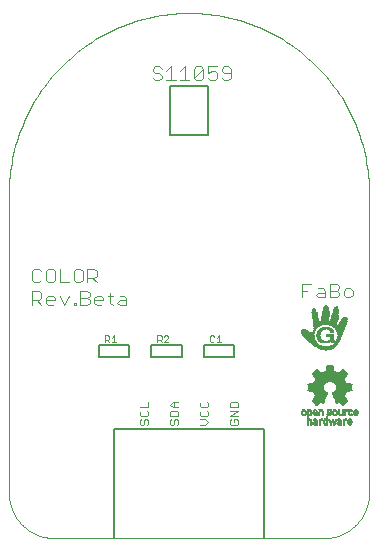
<source format=gto>
G75*
%MOIN*%
%OFA0B0*%
%FSLAX25Y25*%
%IPPOS*%
%LPD*%
%AMOC8*
5,1,8,0,0,1.08239X$1,22.5*
%
%ADD10C,0.00400*%
%ADD11C,0.00500*%
%ADD12C,0.00000*%
%ADD13C,0.00300*%
%ADD14C,0.00200*%
%ADD15R,0.00770X0.00035*%
%ADD16R,0.01400X0.00035*%
%ADD17R,0.01855X0.00035*%
%ADD18R,0.02170X0.00035*%
%ADD19R,0.02485X0.00035*%
%ADD20R,0.02765X0.00035*%
%ADD21R,0.02975X0.00035*%
%ADD22R,0.03220X0.00035*%
%ADD23R,0.03395X0.00035*%
%ADD24R,0.03605X0.00035*%
%ADD25R,0.03780X0.00035*%
%ADD26R,0.03955X0.00035*%
%ADD27R,0.04130X0.00035*%
%ADD28R,0.04270X0.00035*%
%ADD29R,0.04375X0.00035*%
%ADD30R,0.04550X0.00035*%
%ADD31R,0.04690X0.00035*%
%ADD32R,0.04865X0.00035*%
%ADD33R,0.04970X0.00035*%
%ADD34R,0.05110X0.00035*%
%ADD35R,0.05215X0.00035*%
%ADD36R,0.05355X0.00035*%
%ADD37R,0.05460X0.00035*%
%ADD38R,0.05600X0.00035*%
%ADD39R,0.05705X0.00035*%
%ADD40R,0.05810X0.00035*%
%ADD41R,0.05915X0.00035*%
%ADD42R,0.06055X0.00035*%
%ADD43R,0.06160X0.00035*%
%ADD44R,0.06265X0.00035*%
%ADD45R,0.06335X0.00035*%
%ADD46R,0.06440X0.00035*%
%ADD47R,0.06545X0.00035*%
%ADD48R,0.03080X0.00035*%
%ADD49R,0.02660X0.00035*%
%ADD50R,0.02870X0.00035*%
%ADD51R,0.02415X0.00035*%
%ADD52R,0.02730X0.00035*%
%ADD53R,0.02310X0.00035*%
%ADD54R,0.02695X0.00035*%
%ADD55R,0.02170X0.00035*%
%ADD56R,0.02590X0.00035*%
%ADD57R,0.02100X0.00035*%
%ADD58R,0.02520X0.00035*%
%ADD59R,0.02030X0.00035*%
%ADD60R,0.02450X0.00035*%
%ADD61R,0.01960X0.00035*%
%ADD62R,0.01890X0.00035*%
%ADD63R,0.02380X0.00035*%
%ADD64R,0.01785X0.00035*%
%ADD65R,0.01750X0.00035*%
%ADD66R,0.01715X0.00035*%
%ADD67R,0.02275X0.00035*%
%ADD68R,0.01645X0.00035*%
%ADD69R,0.02240X0.00035*%
%ADD70R,0.01610X0.00035*%
%ADD71R,0.02240X0.00035*%
%ADD72R,0.01575X0.00035*%
%ADD73R,0.01540X0.00035*%
%ADD74R,0.02205X0.00035*%
%ADD75R,0.01505X0.00035*%
%ADD76R,0.01470X0.00035*%
%ADD77R,0.01435X0.00035*%
%ADD78R,0.01365X0.00035*%
%ADD79R,0.01330X0.00035*%
%ADD80R,0.01295X0.00035*%
%ADD81R,0.01295X0.00035*%
%ADD82R,0.01260X0.00035*%
%ADD83R,0.01190X0.00035*%
%ADD84R,0.01225X0.00035*%
%ADD85R,0.00385X0.00035*%
%ADD86R,0.00980X0.00035*%
%ADD87R,0.01155X0.00035*%
%ADD88R,0.01645X0.00035*%
%ADD89R,0.01015X0.00035*%
%ADD90R,0.01050X0.00035*%
%ADD91R,0.02345X0.00035*%
%ADD92R,0.01085X0.00035*%
%ADD93R,0.02905X0.00035*%
%ADD94R,0.03045X0.00035*%
%ADD95R,0.01120X0.00035*%
%ADD96R,0.02345X0.00035*%
%ADD97R,0.03255X0.00035*%
%ADD98R,0.01120X0.00035*%
%ADD99R,0.03500X0.00035*%
%ADD100R,0.02415X0.00035*%
%ADD101R,0.03640X0.00035*%
%ADD102R,0.04900X0.00035*%
%ADD103R,0.04935X0.00035*%
%ADD104R,0.05005X0.00035*%
%ADD105R,0.01680X0.00035*%
%ADD106R,0.02065X0.00035*%
%ADD107R,0.02555X0.00035*%
%ADD108R,0.02590X0.00035*%
%ADD109R,0.02625X0.00035*%
%ADD110R,0.02695X0.00035*%
%ADD111R,0.01470X0.00035*%
%ADD112R,0.02765X0.00035*%
%ADD113R,0.02800X0.00035*%
%ADD114R,0.02835X0.00035*%
%ADD115R,0.01365X0.00035*%
%ADD116R,0.02940X0.00035*%
%ADD117R,0.03010X0.00035*%
%ADD118R,0.03045X0.00035*%
%ADD119R,0.03115X0.00035*%
%ADD120R,0.03150X0.00035*%
%ADD121R,0.03185X0.00035*%
%ADD122R,0.03220X0.00035*%
%ADD123R,0.01190X0.00035*%
%ADD124R,0.03290X0.00035*%
%ADD125R,0.03325X0.00035*%
%ADD126R,0.03360X0.00035*%
%ADD127R,0.03430X0.00035*%
%ADD128R,0.03465X0.00035*%
%ADD129R,0.03535X0.00035*%
%ADD130R,0.03570X0.00035*%
%ADD131R,0.03675X0.00035*%
%ADD132R,0.03710X0.00035*%
%ADD133R,0.03745X0.00035*%
%ADD134R,0.03815X0.00035*%
%ADD135R,0.03850X0.00035*%
%ADD136R,0.03885X0.00035*%
%ADD137R,0.03920X0.00035*%
%ADD138R,0.03990X0.00035*%
%ADD139R,0.04025X0.00035*%
%ADD140R,0.02870X0.00035*%
%ADD141R,0.04095X0.00035*%
%ADD142R,0.04165X0.00035*%
%ADD143R,0.04200X0.00035*%
%ADD144R,0.04235X0.00035*%
%ADD145R,0.04270X0.00035*%
%ADD146R,0.01820X0.00035*%
%ADD147R,0.04305X0.00035*%
%ADD148R,0.04340X0.00035*%
%ADD149R,0.01925X0.00035*%
%ADD150R,0.04410X0.00035*%
%ADD151R,0.00945X0.00035*%
%ADD152R,0.00875X0.00035*%
%ADD153R,0.00840X0.00035*%
%ADD154R,0.02135X0.00035*%
%ADD155R,0.00805X0.00035*%
%ADD156R,0.00735X0.00035*%
%ADD157R,0.01995X0.00035*%
%ADD158R,0.02520X0.00035*%
%ADD159R,0.01540X0.00035*%
%ADD160R,0.00770X0.00035*%
%ADD161R,0.00665X0.00035*%
%ADD162R,0.00420X0.00035*%
%ADD163R,0.00910X0.00035*%
%ADD164R,0.04060X0.00035*%
%ADD165R,0.01015X0.00035*%
%ADD166R,0.03115X0.00035*%
%ADD167R,0.03395X0.00035*%
%ADD168R,0.03745X0.00035*%
%ADD169R,0.04340X0.00035*%
%ADD170R,0.04480X0.00035*%
%ADD171R,0.02065X0.00035*%
%ADD172R,0.04515X0.00035*%
%ADD173R,0.04585X0.00035*%
%ADD174R,0.04760X0.00035*%
%ADD175R,0.04830X0.00035*%
%ADD176R,0.07805X0.00035*%
%ADD177R,0.07840X0.00035*%
%ADD178R,0.07875X0.00035*%
%ADD179R,0.07910X0.00035*%
%ADD180R,0.07945X0.00035*%
%ADD181R,0.07980X0.00035*%
%ADD182R,0.08015X0.00035*%
%ADD183R,0.08050X0.00035*%
%ADD184R,0.05635X0.00035*%
%ADD185R,0.01995X0.00035*%
%ADD186R,0.01890X0.00035*%
%ADD187R,0.01715X0.00035*%
%ADD188R,0.00945X0.00035*%
%ADD189R,0.00560X0.00035*%
%ADD190R,0.01820X0.00035*%
%ADD191R,0.00700X0.00035*%
%ADD192R,0.00630X0.00035*%
%ADD193R,0.00525X0.00035*%
%ADD194R,0.00175X0.00035*%
%ADD195R,0.00595X0.00035*%
%ADD196R,0.00490X0.00035*%
%ADD197R,0.00210X0.00035*%
%ADD198R,0.00490X0.00035*%
%ADD199R,0.00315X0.00035*%
%ADD200R,0.00520X0.00040*%
%ADD201R,0.00520X0.00040*%
%ADD202R,0.00760X0.00040*%
%ADD203R,0.00640X0.00040*%
%ADD204R,0.00440X0.00040*%
%ADD205R,0.00480X0.00040*%
%ADD206R,0.00520X0.00040*%
%ADD207R,0.00520X0.00040*%
%ADD208R,0.01400X0.00040*%
%ADD209R,0.00800X0.00040*%
%ADD210R,0.00480X0.00040*%
%ADD211R,0.00960X0.00040*%
%ADD212R,0.01440X0.00040*%
%ADD213R,0.01080X0.00040*%
%ADD214R,0.01520X0.00040*%
%ADD215R,0.01440X0.00040*%
%ADD216R,0.00560X0.00040*%
%ADD217R,0.01480X0.00040*%
%ADD218R,0.01200X0.00040*%
%ADD219R,0.01560X0.00040*%
%ADD220R,0.01320X0.00040*%
%ADD221R,0.01560X0.00040*%
%ADD222R,0.01520X0.00040*%
%ADD223R,0.00600X0.00040*%
%ADD224R,0.00560X0.00040*%
%ADD225R,0.01400X0.00040*%
%ADD226R,0.01600X0.00040*%
%ADD227R,0.00600X0.00040*%
%ADD228R,0.00640X0.00040*%
%ADD229R,0.01640X0.00040*%
%ADD230R,0.00680X0.00040*%
%ADD231R,0.01680X0.00040*%
%ADD232R,0.01680X0.00040*%
%ADD233R,0.01640X0.00040*%
%ADD234R,0.00720X0.00040*%
%ADD235R,0.01480X0.00040*%
%ADD236R,0.00760X0.00040*%
%ADD237R,0.00720X0.00040*%
%ADD238R,0.00640X0.00040*%
%ADD239R,0.00360X0.00040*%
%ADD240R,0.00240X0.00040*%
%ADD241R,0.00160X0.00040*%
%ADD242R,0.00840X0.00040*%
%ADD243R,0.00080X0.00040*%
%ADD244R,0.00880X0.00040*%
%ADD245R,0.00920X0.00040*%
%ADD246R,0.00960X0.00040*%
%ADD247R,0.01640X0.00040*%
%ADD248R,0.01760X0.00040*%
%ADD249R,0.00440X0.00040*%
%ADD250R,0.01000X0.00040*%
%ADD251R,0.01760X0.00040*%
%ADD252R,0.00440X0.00040*%
%ADD253R,0.01320X0.00040*%
%ADD254R,0.01200X0.00040*%
%ADD255R,0.00920X0.00040*%
%ADD256R,0.00840X0.00040*%
%ADD257R,0.00800X0.00040*%
%ADD258R,0.00080X0.00040*%
%ADD259R,0.00120X0.00040*%
%ADD260R,0.00240X0.00040*%
%ADD261R,0.00720X0.00040*%
%ADD262R,0.00200X0.00040*%
%ADD263R,0.00400X0.00040*%
%ADD264R,0.01240X0.00040*%
%ADD265R,0.01640X0.00040*%
%ADD266R,0.01440X0.00040*%
%ADD267R,0.01280X0.00040*%
%ADD268R,0.01520X0.00040*%
%ADD269R,0.01280X0.00040*%
%ADD270R,0.01520X0.00040*%
%ADD271R,0.01360X0.00040*%
%ADD272R,0.01440X0.00040*%
%ADD273R,0.01240X0.00040*%
%ADD274R,0.01120X0.00040*%
%ADD275R,0.01240X0.00040*%
%ADD276R,0.01040X0.00040*%
%ADD277R,0.00840X0.00040*%
%ADD278R,0.00440X0.00040*%
%ADD279R,0.00400X0.00040*%
%ADD280R,0.00320X0.00040*%
%ADD281R,0.00920X0.00040*%
%ADD282R,0.01040X0.00040*%
%ADD283R,0.01000X0.00040*%
%ADD284R,0.01080X0.00040*%
%ADD285R,0.01160X0.00040*%
%ADD286R,0.01040X0.00040*%
%ADD287R,0.01160X0.00040*%
%ADD288R,0.01600X0.00040*%
%ADD289R,0.01720X0.00040*%
%ADD290R,0.01720X0.00040*%
%ADD291R,0.00640X0.00040*%
%ADD292R,0.00680X0.00040*%
%ADD293R,0.00360X0.00040*%
%ADD294R,0.00280X0.00040*%
%ADD295R,0.00120X0.00040*%
%ADD296R,0.00040X0.00040*%
%ADD297R,0.00040X0.00040*%
%ADD298R,0.01320X0.00040*%
%ADD299R,0.00280X0.00040*%
%ADD300R,0.00320X0.00040*%
%ADD301R,0.01320X0.00040*%
%ADD302R,0.01120X0.00040*%
%ADD303R,0.01120X0.00040*%
%ADD304R,0.01800X0.00040*%
%ADD305R,0.01920X0.00040*%
%ADD306R,0.01920X0.00040*%
%ADD307R,0.02000X0.00040*%
%ADD308R,0.02120X0.00040*%
%ADD309R,0.02200X0.00040*%
%ADD310R,0.02320X0.00040*%
%ADD311R,0.02400X0.00040*%
%ADD312R,0.02520X0.00040*%
%ADD313R,0.02600X0.00040*%
%ADD314R,0.00880X0.00040*%
%ADD315R,0.03680X0.00040*%
%ADD316R,0.03720X0.00040*%
%ADD317R,0.03800X0.00040*%
%ADD318R,0.03840X0.00040*%
%ADD319R,0.03840X0.00040*%
%ADD320R,0.03920X0.00040*%
%ADD321R,0.03960X0.00040*%
%ADD322R,0.04000X0.00040*%
%ADD323R,0.04080X0.00040*%
%ADD324R,0.04120X0.00040*%
%ADD325R,0.04160X0.00040*%
%ADD326R,0.04200X0.00040*%
%ADD327R,0.04200X0.00040*%
%ADD328R,0.04160X0.00040*%
%ADD329R,0.04120X0.00040*%
%ADD330R,0.04080X0.00040*%
%ADD331R,0.04040X0.00040*%
%ADD332R,0.04040X0.00040*%
%ADD333R,0.04040X0.00040*%
%ADD334R,0.04040X0.00040*%
%ADD335R,0.03960X0.00040*%
%ADD336R,0.03920X0.00040*%
%ADD337R,0.03920X0.00040*%
%ADD338R,0.03880X0.00040*%
%ADD339R,0.03920X0.00040*%
%ADD340R,0.03880X0.00040*%
%ADD341R,0.03800X0.00040*%
%ADD342R,0.04240X0.00040*%
%ADD343R,0.04240X0.00040*%
%ADD344R,0.04280X0.00040*%
%ADD345R,0.04360X0.00040*%
%ADD346R,0.04400X0.00040*%
%ADD347R,0.04440X0.00040*%
%ADD348R,0.04520X0.00040*%
%ADD349R,0.04520X0.00040*%
%ADD350R,0.04520X0.00040*%
%ADD351R,0.04520X0.00040*%
%ADD352R,0.04480X0.00040*%
%ADD353R,0.04440X0.00040*%
%ADD354R,0.04400X0.00040*%
%ADD355R,0.04360X0.00040*%
%ADD356R,0.04320X0.00040*%
%ADD357R,0.04240X0.00040*%
%ADD358R,0.04320X0.00040*%
%ADD359R,0.04320X0.00040*%
%ADD360R,0.04560X0.00040*%
%ADD361R,0.04720X0.00040*%
%ADD362R,0.04920X0.00040*%
%ADD363R,0.04920X0.00040*%
%ADD364R,0.05080X0.00040*%
%ADD365R,0.05240X0.00040*%
%ADD366R,0.05240X0.00040*%
%ADD367R,0.05480X0.00040*%
%ADD368R,0.05640X0.00040*%
%ADD369R,0.05640X0.00040*%
%ADD370R,0.05680X0.00040*%
%ADD371R,0.05640X0.00040*%
%ADD372R,0.05600X0.00040*%
%ADD373R,0.05600X0.00040*%
%ADD374R,0.05560X0.00040*%
%ADD375R,0.05520X0.00040*%
%ADD376R,0.05520X0.00040*%
%ADD377R,0.05480X0.00040*%
%ADD378R,0.05440X0.00040*%
%ADD379R,0.05440X0.00040*%
%ADD380R,0.05560X0.00040*%
%ADD381R,0.05680X0.00040*%
%ADD382R,0.05440X0.00040*%
%ADD383R,0.05280X0.00040*%
%ADD384R,0.04920X0.00040*%
%ADD385R,0.04600X0.00040*%
%ADD386R,0.04840X0.00040*%
%ADD387R,0.10440X0.00040*%
%ADD388R,0.10360X0.00040*%
%ADD389R,0.10360X0.00040*%
%ADD390R,0.10280X0.00040*%
%ADD391R,0.10200X0.00040*%
%ADD392R,0.10200X0.00040*%
%ADD393R,0.10120X0.00040*%
%ADD394R,0.10040X0.00040*%
%ADD395R,0.10040X0.00040*%
%ADD396R,0.09960X0.00040*%
%ADD397R,0.09880X0.00040*%
%ADD398R,0.09880X0.00040*%
%ADD399R,0.09800X0.00040*%
%ADD400R,0.09720X0.00040*%
%ADD401R,0.09720X0.00040*%
%ADD402R,0.10280X0.00040*%
%ADD403R,0.10520X0.00040*%
%ADD404R,0.10520X0.00040*%
%ADD405R,0.10600X0.00040*%
%ADD406R,0.10680X0.00040*%
%ADD407R,0.10760X0.00040*%
%ADD408R,0.10840X0.00040*%
%ADD409R,0.10920X0.00040*%
%ADD410R,0.11000X0.00040*%
%ADD411R,0.11080X0.00040*%
%ADD412R,0.11080X0.00040*%
%ADD413R,0.11160X0.00040*%
%ADD414R,0.11240X0.00040*%
%ADD415R,0.11320X0.00040*%
%ADD416R,0.11400X0.00040*%
%ADD417R,0.11400X0.00040*%
%ADD418R,0.11480X0.00040*%
%ADD419R,0.11560X0.00040*%
%ADD420R,0.11640X0.00040*%
%ADD421R,0.11640X0.00040*%
%ADD422R,0.11720X0.00040*%
%ADD423R,0.11800X0.00040*%
%ADD424R,0.11880X0.00040*%
%ADD425R,0.11880X0.00040*%
%ADD426R,0.11960X0.00040*%
%ADD427R,0.11720X0.00040*%
%ADD428R,0.11320X0.00040*%
%ADD429R,0.02760X0.00040*%
%ADD430R,0.05400X0.00040*%
%ADD431R,0.02640X0.00040*%
%ADD432R,0.05160X0.00040*%
%ADD433R,0.02560X0.00040*%
%ADD434R,0.05000X0.00040*%
%ADD435R,0.02440X0.00040*%
%ADD436R,0.04760X0.00040*%
%ADD437R,0.02440X0.00040*%
%ADD438R,0.02360X0.00040*%
%ADD439R,0.04600X0.00040*%
%ADD440R,0.02280X0.00040*%
%ADD441R,0.02240X0.00040*%
%ADD442R,0.02160X0.00040*%
%ADD443R,0.02080X0.00040*%
%ADD444R,0.01960X0.00040*%
%ADD445R,0.01880X0.00040*%
%ADD446R,0.03640X0.00040*%
%ADD447R,0.03400X0.00040*%
%ADD448R,0.03240X0.00040*%
%ADD449R,0.03000X0.00040*%
%ADD450R,0.02920X0.00040*%
%ADD451R,0.01360X0.00040*%
%ADD452R,0.02840X0.00040*%
%ADD453R,0.02840X0.00040*%
%ADD454R,0.02760X0.00040*%
%ADD455R,0.02680X0.00040*%
%ADD456R,0.02680X0.00040*%
%ADD457R,0.02600X0.00040*%
%ADD458R,0.02520X0.00040*%
%ADD459R,0.02520X0.00040*%
%ADD460R,0.02440X0.00040*%
%ADD461R,0.02360X0.00040*%
%ADD462R,0.02280X0.00040*%
%ADD463R,0.02200X0.00040*%
%ADD464R,0.02120X0.00040*%
D10*
X0011700Y0081700D02*
X0011700Y0086304D01*
X0014002Y0086304D01*
X0014769Y0085537D01*
X0014769Y0084002D01*
X0014002Y0083235D01*
X0011700Y0083235D01*
X0013235Y0083235D02*
X0014769Y0081700D01*
X0016304Y0082467D02*
X0016304Y0084002D01*
X0017071Y0084769D01*
X0018606Y0084769D01*
X0019373Y0084002D01*
X0019373Y0083235D01*
X0016304Y0083235D01*
X0016304Y0082467D02*
X0017071Y0081700D01*
X0018606Y0081700D01*
X0020908Y0084769D02*
X0022442Y0081700D01*
X0023977Y0084769D01*
X0025512Y0082467D02*
X0026279Y0082467D01*
X0026279Y0081700D01*
X0025512Y0081700D01*
X0025512Y0082467D01*
X0027814Y0081700D02*
X0027814Y0086304D01*
X0030116Y0086304D01*
X0030883Y0085537D01*
X0030883Y0084769D01*
X0030116Y0084002D01*
X0027814Y0084002D01*
X0027814Y0081700D02*
X0030116Y0081700D01*
X0030883Y0082467D01*
X0030883Y0083235D01*
X0030116Y0084002D01*
X0032418Y0084002D02*
X0032418Y0082467D01*
X0033185Y0081700D01*
X0034720Y0081700D01*
X0035487Y0083235D02*
X0032418Y0083235D01*
X0032418Y0084002D02*
X0033185Y0084769D01*
X0034720Y0084769D01*
X0035487Y0084002D01*
X0035487Y0083235D01*
X0037022Y0084769D02*
X0038556Y0084769D01*
X0037789Y0085537D02*
X0037789Y0082467D01*
X0038556Y0081700D01*
X0040091Y0082467D02*
X0040858Y0083235D01*
X0043160Y0083235D01*
X0043160Y0084002D02*
X0043160Y0081700D01*
X0040858Y0081700D01*
X0040091Y0082467D01*
X0040858Y0084769D02*
X0042393Y0084769D01*
X0043160Y0084002D01*
X0033185Y0089200D02*
X0031650Y0090735D01*
X0032418Y0090735D02*
X0030116Y0090735D01*
X0030116Y0089200D02*
X0030116Y0093804D01*
X0032418Y0093804D01*
X0033185Y0093037D01*
X0033185Y0091502D01*
X0032418Y0090735D01*
X0028581Y0089967D02*
X0028581Y0093037D01*
X0027814Y0093804D01*
X0026279Y0093804D01*
X0025512Y0093037D01*
X0025512Y0089967D01*
X0026279Y0089200D01*
X0027814Y0089200D01*
X0028581Y0089967D01*
X0023977Y0089200D02*
X0020908Y0089200D01*
X0020908Y0093804D01*
X0019373Y0093037D02*
X0018606Y0093804D01*
X0017071Y0093804D01*
X0016304Y0093037D01*
X0016304Y0089967D01*
X0017071Y0089200D01*
X0018606Y0089200D01*
X0019373Y0089967D01*
X0019373Y0093037D01*
X0014769Y0093037D02*
X0014002Y0093804D01*
X0012467Y0093804D01*
X0011700Y0093037D01*
X0011700Y0089967D01*
X0012467Y0089200D01*
X0014002Y0089200D01*
X0014769Y0089967D01*
X0052605Y0156621D02*
X0051838Y0157389D01*
X0052605Y0156621D02*
X0054140Y0156621D01*
X0054907Y0157389D01*
X0054907Y0158156D01*
X0054140Y0158923D01*
X0052605Y0158923D01*
X0051838Y0159691D01*
X0051838Y0160458D01*
X0052605Y0161225D01*
X0054140Y0161225D01*
X0054907Y0160458D01*
X0056442Y0159691D02*
X0057976Y0161225D01*
X0057976Y0156621D01*
X0056442Y0156621D02*
X0059511Y0156621D01*
X0061046Y0156621D02*
X0064115Y0156621D01*
X0065650Y0157389D02*
X0068719Y0160458D01*
X0068719Y0157389D01*
X0067952Y0156621D01*
X0066417Y0156621D01*
X0065650Y0157389D01*
X0065650Y0160458D01*
X0066417Y0161225D01*
X0067952Y0161225D01*
X0068719Y0160458D01*
X0070253Y0161225D02*
X0070253Y0158923D01*
X0071788Y0159691D01*
X0072555Y0159691D01*
X0073323Y0158923D01*
X0073323Y0157389D01*
X0072555Y0156621D01*
X0071021Y0156621D01*
X0070253Y0157389D01*
X0070253Y0161225D02*
X0073323Y0161225D01*
X0074857Y0160458D02*
X0074857Y0159691D01*
X0075625Y0158923D01*
X0077927Y0158923D01*
X0077927Y0157389D02*
X0077927Y0160458D01*
X0077159Y0161225D01*
X0075625Y0161225D01*
X0074857Y0160458D01*
X0074857Y0157389D02*
X0075625Y0156621D01*
X0077159Y0156621D01*
X0077927Y0157389D01*
X0062580Y0156621D02*
X0062580Y0161225D01*
X0061046Y0159691D01*
X0101700Y0088804D02*
X0104769Y0088804D01*
X0103235Y0086502D02*
X0101700Y0086502D01*
X0101700Y0084200D02*
X0101700Y0088804D01*
X0107071Y0087269D02*
X0108606Y0087269D01*
X0109373Y0086502D01*
X0109373Y0084200D01*
X0107071Y0084200D01*
X0106304Y0084967D01*
X0107071Y0085735D01*
X0109373Y0085735D01*
X0110908Y0086502D02*
X0113210Y0086502D01*
X0113977Y0085735D01*
X0113977Y0084967D01*
X0113210Y0084200D01*
X0110908Y0084200D01*
X0110908Y0088804D01*
X0113210Y0088804D01*
X0113977Y0088037D01*
X0113977Y0087269D01*
X0113210Y0086502D01*
X0115512Y0086502D02*
X0115512Y0084967D01*
X0116279Y0084200D01*
X0117814Y0084200D01*
X0118581Y0084967D01*
X0118581Y0086502D01*
X0117814Y0087269D01*
X0116279Y0087269D01*
X0115512Y0086502D01*
D11*
X0089000Y0040250D02*
X0039000Y0040250D01*
X0039000Y0004000D01*
X0034276Y0064531D02*
X0044118Y0064531D01*
X0044118Y0068469D01*
X0033882Y0068469D01*
X0033882Y0064531D01*
X0051382Y0064531D02*
X0051382Y0068469D01*
X0061618Y0068469D01*
X0061618Y0064531D01*
X0051776Y0064531D01*
X0068882Y0064531D02*
X0068882Y0068469D01*
X0079118Y0068469D01*
X0079118Y0064531D01*
X0069276Y0064531D01*
X0089000Y0040250D02*
X0089000Y0004000D01*
X0070299Y0138232D02*
X0057701Y0138232D01*
X0057701Y0154768D01*
X0070299Y0154768D01*
X0070299Y0138232D01*
D12*
X0004000Y0119000D02*
X0004000Y0019000D01*
X0004004Y0018638D01*
X0004018Y0018275D01*
X0004039Y0017913D01*
X0004070Y0017552D01*
X0004109Y0017192D01*
X0004157Y0016833D01*
X0004214Y0016475D01*
X0004279Y0016118D01*
X0004353Y0015763D01*
X0004436Y0015410D01*
X0004527Y0015059D01*
X0004626Y0014711D01*
X0004734Y0014365D01*
X0004850Y0014021D01*
X0004975Y0013681D01*
X0005107Y0013344D01*
X0005248Y0013010D01*
X0005397Y0012679D01*
X0005554Y0012352D01*
X0005718Y0012029D01*
X0005890Y0011710D01*
X0006070Y0011396D01*
X0006258Y0011085D01*
X0006453Y0010780D01*
X0006655Y0010479D01*
X0006865Y0010183D01*
X0007081Y0009893D01*
X0007305Y0009607D01*
X0007535Y0009327D01*
X0007772Y0009053D01*
X0008016Y0008785D01*
X0008266Y0008522D01*
X0008522Y0008266D01*
X0008785Y0008016D01*
X0009053Y0007772D01*
X0009327Y0007535D01*
X0009607Y0007305D01*
X0009893Y0007081D01*
X0010183Y0006865D01*
X0010479Y0006655D01*
X0010780Y0006453D01*
X0011085Y0006258D01*
X0011396Y0006070D01*
X0011710Y0005890D01*
X0012029Y0005718D01*
X0012352Y0005554D01*
X0012679Y0005397D01*
X0013010Y0005248D01*
X0013344Y0005107D01*
X0013681Y0004975D01*
X0014021Y0004850D01*
X0014365Y0004734D01*
X0014711Y0004626D01*
X0015059Y0004527D01*
X0015410Y0004436D01*
X0015763Y0004353D01*
X0016118Y0004279D01*
X0016475Y0004214D01*
X0016833Y0004157D01*
X0017192Y0004109D01*
X0017552Y0004070D01*
X0017913Y0004039D01*
X0018275Y0004018D01*
X0018638Y0004004D01*
X0019000Y0004000D01*
X0109000Y0004000D01*
X0109362Y0004004D01*
X0109725Y0004018D01*
X0110087Y0004039D01*
X0110448Y0004070D01*
X0110808Y0004109D01*
X0111167Y0004157D01*
X0111525Y0004214D01*
X0111882Y0004279D01*
X0112237Y0004353D01*
X0112590Y0004436D01*
X0112941Y0004527D01*
X0113289Y0004626D01*
X0113635Y0004734D01*
X0113979Y0004850D01*
X0114319Y0004975D01*
X0114656Y0005107D01*
X0114990Y0005248D01*
X0115321Y0005397D01*
X0115648Y0005554D01*
X0115971Y0005718D01*
X0116290Y0005890D01*
X0116604Y0006070D01*
X0116915Y0006258D01*
X0117220Y0006453D01*
X0117521Y0006655D01*
X0117817Y0006865D01*
X0118107Y0007081D01*
X0118393Y0007305D01*
X0118673Y0007535D01*
X0118947Y0007772D01*
X0119215Y0008016D01*
X0119478Y0008266D01*
X0119734Y0008522D01*
X0119984Y0008785D01*
X0120228Y0009053D01*
X0120465Y0009327D01*
X0120695Y0009607D01*
X0120919Y0009893D01*
X0121135Y0010183D01*
X0121345Y0010479D01*
X0121547Y0010780D01*
X0121742Y0011085D01*
X0121930Y0011396D01*
X0122110Y0011710D01*
X0122282Y0012029D01*
X0122446Y0012352D01*
X0122603Y0012679D01*
X0122752Y0013010D01*
X0122893Y0013344D01*
X0123025Y0013681D01*
X0123150Y0014021D01*
X0123266Y0014365D01*
X0123374Y0014711D01*
X0123473Y0015059D01*
X0123564Y0015410D01*
X0123647Y0015763D01*
X0123721Y0016118D01*
X0123786Y0016475D01*
X0123843Y0016833D01*
X0123891Y0017192D01*
X0123930Y0017552D01*
X0123961Y0017913D01*
X0123982Y0018275D01*
X0123996Y0018638D01*
X0124000Y0019000D01*
X0124000Y0119000D01*
X0123982Y0120461D01*
X0123929Y0121921D01*
X0123840Y0123380D01*
X0123716Y0124836D01*
X0123556Y0126288D01*
X0123361Y0127736D01*
X0123130Y0129179D01*
X0122865Y0130616D01*
X0122565Y0132046D01*
X0122230Y0133468D01*
X0121860Y0134882D01*
X0121456Y0136286D01*
X0121018Y0137680D01*
X0120546Y0139063D01*
X0120041Y0140434D01*
X0119502Y0141792D01*
X0118931Y0143137D01*
X0118327Y0144467D01*
X0117691Y0145783D01*
X0117023Y0147082D01*
X0116323Y0148365D01*
X0115592Y0149630D01*
X0114831Y0150878D01*
X0114040Y0152106D01*
X0113219Y0153315D01*
X0112369Y0154503D01*
X0111490Y0155670D01*
X0110583Y0156816D01*
X0109648Y0157939D01*
X0108686Y0159039D01*
X0107698Y0160115D01*
X0106684Y0161167D01*
X0105644Y0162194D01*
X0104580Y0163195D01*
X0103492Y0164171D01*
X0102380Y0165119D01*
X0101246Y0166040D01*
X0100089Y0166933D01*
X0098912Y0167797D01*
X0097713Y0168633D01*
X0096494Y0169439D01*
X0095256Y0170216D01*
X0094000Y0170962D01*
X0092726Y0171677D01*
X0091435Y0172361D01*
X0090127Y0173013D01*
X0088804Y0173633D01*
X0087466Y0174221D01*
X0086115Y0174776D01*
X0084750Y0175298D01*
X0083373Y0175786D01*
X0081984Y0176241D01*
X0080585Y0176662D01*
X0079176Y0177049D01*
X0077758Y0177401D01*
X0076332Y0177719D01*
X0074898Y0178002D01*
X0073458Y0178250D01*
X0072013Y0178463D01*
X0070562Y0178640D01*
X0069108Y0178782D01*
X0067651Y0178889D01*
X0066191Y0178960D01*
X0064731Y0178996D01*
X0063269Y0178996D01*
X0061809Y0178960D01*
X0060349Y0178889D01*
X0058892Y0178782D01*
X0057438Y0178640D01*
X0055987Y0178463D01*
X0054542Y0178250D01*
X0053102Y0178002D01*
X0051668Y0177719D01*
X0050242Y0177401D01*
X0048824Y0177049D01*
X0047415Y0176662D01*
X0046016Y0176241D01*
X0044627Y0175786D01*
X0043250Y0175298D01*
X0041885Y0174776D01*
X0040534Y0174221D01*
X0039196Y0173633D01*
X0037873Y0173013D01*
X0036565Y0172361D01*
X0035274Y0171677D01*
X0034000Y0170962D01*
X0032744Y0170216D01*
X0031506Y0169439D01*
X0030287Y0168633D01*
X0029088Y0167797D01*
X0027911Y0166933D01*
X0026754Y0166040D01*
X0025620Y0165119D01*
X0024508Y0164171D01*
X0023420Y0163195D01*
X0022356Y0162194D01*
X0021316Y0161167D01*
X0020302Y0160115D01*
X0019314Y0159039D01*
X0018352Y0157939D01*
X0017417Y0156816D01*
X0016510Y0155670D01*
X0015631Y0154503D01*
X0014781Y0153315D01*
X0013960Y0152106D01*
X0013169Y0150878D01*
X0012408Y0149630D01*
X0011677Y0148365D01*
X0010977Y0147082D01*
X0010309Y0145783D01*
X0009673Y0144467D01*
X0009069Y0143137D01*
X0008498Y0141792D01*
X0007959Y0140434D01*
X0007454Y0139063D01*
X0006982Y0137680D01*
X0006544Y0136286D01*
X0006140Y0134882D01*
X0005770Y0133468D01*
X0005435Y0132046D01*
X0005135Y0130616D01*
X0004870Y0129179D01*
X0004639Y0127736D01*
X0004444Y0126288D01*
X0004284Y0124836D01*
X0004160Y0123380D01*
X0004071Y0121921D01*
X0004018Y0120461D01*
X0004000Y0119000D01*
D13*
X0050450Y0049478D02*
X0050450Y0047543D01*
X0047548Y0047543D01*
X0048031Y0046531D02*
X0047548Y0046048D01*
X0047548Y0045080D01*
X0048031Y0044597D01*
X0049966Y0044597D01*
X0050450Y0045080D01*
X0050450Y0046048D01*
X0049966Y0046531D01*
X0049966Y0043585D02*
X0049483Y0043585D01*
X0048999Y0043101D01*
X0048999Y0042134D01*
X0048515Y0041650D01*
X0048031Y0041650D01*
X0047548Y0042134D01*
X0047548Y0043101D01*
X0048031Y0043585D01*
X0049966Y0043585D02*
X0050450Y0043101D01*
X0050450Y0042134D01*
X0049966Y0041650D01*
X0057548Y0042134D02*
X0058031Y0041650D01*
X0058515Y0041650D01*
X0058999Y0042134D01*
X0058999Y0043101D01*
X0059483Y0043585D01*
X0059966Y0043585D01*
X0060450Y0043101D01*
X0060450Y0042134D01*
X0059966Y0041650D01*
X0058031Y0043585D02*
X0057548Y0043101D01*
X0057548Y0042134D01*
X0057548Y0044597D02*
X0057548Y0046048D01*
X0058031Y0046531D01*
X0059966Y0046531D01*
X0060450Y0046048D01*
X0060450Y0044597D01*
X0057548Y0044597D01*
X0058515Y0047543D02*
X0057548Y0048511D01*
X0058515Y0049478D01*
X0060450Y0049478D01*
X0058999Y0049478D02*
X0058999Y0047543D01*
X0058515Y0047543D02*
X0060450Y0047543D01*
X0067548Y0048027D02*
X0068031Y0047543D01*
X0069966Y0047543D01*
X0070450Y0048027D01*
X0070450Y0048994D01*
X0069966Y0049478D01*
X0068031Y0049478D02*
X0067548Y0048994D01*
X0067548Y0048027D01*
X0068031Y0046531D02*
X0067548Y0046048D01*
X0067548Y0045080D01*
X0068031Y0044597D01*
X0069966Y0044597D01*
X0070450Y0045080D01*
X0070450Y0046048D01*
X0069966Y0046531D01*
X0069483Y0043585D02*
X0067548Y0043585D01*
X0067548Y0041650D02*
X0069483Y0041650D01*
X0070450Y0042617D01*
X0069483Y0043585D01*
X0077548Y0043101D02*
X0077548Y0042134D01*
X0078031Y0041650D01*
X0079966Y0041650D01*
X0080450Y0042134D01*
X0080450Y0043101D01*
X0079966Y0043585D01*
X0078999Y0043585D01*
X0078999Y0042617D01*
X0078031Y0043585D02*
X0077548Y0043101D01*
X0077548Y0044597D02*
X0080450Y0046531D01*
X0077548Y0046531D01*
X0077548Y0047543D02*
X0077548Y0048994D01*
X0078031Y0049478D01*
X0079966Y0049478D01*
X0080450Y0048994D01*
X0080450Y0047543D01*
X0077548Y0047543D01*
X0077548Y0044597D02*
X0080450Y0044597D01*
D14*
X0074660Y0069356D02*
X0073192Y0069356D01*
X0073926Y0069356D02*
X0073926Y0071558D01*
X0073192Y0070824D01*
X0072450Y0071191D02*
X0072083Y0071558D01*
X0071349Y0071558D01*
X0070982Y0071191D01*
X0070982Y0069723D01*
X0071349Y0069356D01*
X0072083Y0069356D01*
X0072450Y0069723D01*
X0057160Y0069356D02*
X0055692Y0069356D01*
X0057160Y0070824D01*
X0057160Y0071191D01*
X0056793Y0071558D01*
X0056059Y0071558D01*
X0055692Y0071191D01*
X0054950Y0071191D02*
X0054950Y0070457D01*
X0054583Y0070090D01*
X0053482Y0070090D01*
X0054216Y0070090D02*
X0054950Y0069356D01*
X0053482Y0069356D02*
X0053482Y0071558D01*
X0054583Y0071558D01*
X0054950Y0071191D01*
X0039660Y0069356D02*
X0038192Y0069356D01*
X0038926Y0069356D02*
X0038926Y0071558D01*
X0038192Y0070824D01*
X0037450Y0071191D02*
X0037450Y0070457D01*
X0037083Y0070090D01*
X0035982Y0070090D01*
X0036716Y0070090D02*
X0037450Y0069356D01*
X0035982Y0069356D02*
X0035982Y0071558D01*
X0037083Y0071558D01*
X0037450Y0071191D01*
D15*
X0105577Y0072625D03*
X0105612Y0072660D03*
X0105612Y0072695D03*
X0105648Y0072730D03*
X0105787Y0073045D03*
X0105823Y0073115D03*
X0105648Y0080080D03*
X0113173Y0080850D03*
X0109777Y0066500D03*
D16*
X0109777Y0066535D03*
X0111702Y0069930D03*
X0112787Y0068460D03*
X0112752Y0068425D03*
X0112717Y0068390D03*
X0114187Y0071155D03*
X0114187Y0071190D03*
X0114187Y0071225D03*
X0114223Y0071260D03*
X0114223Y0071295D03*
X0111317Y0073325D03*
X0107712Y0072975D03*
X0107677Y0072940D03*
X0107608Y0072835D03*
X0107573Y0072800D03*
X0107537Y0072730D03*
X0107502Y0072695D03*
X0107467Y0072625D03*
X0106277Y0074060D03*
X0102462Y0073150D03*
X0107537Y0069965D03*
X0107573Y0069930D03*
X0105752Y0079485D03*
X0109777Y0080815D03*
X0113102Y0080360D03*
D17*
X0113015Y0079765D03*
X0113015Y0079730D03*
X0109760Y0080255D03*
X0109760Y0080290D03*
X0105910Y0078610D03*
X0105910Y0078575D03*
X0105910Y0078540D03*
X0106505Y0074410D03*
X0108535Y0073500D03*
X0108220Y0069475D03*
X0109760Y0066570D03*
X0112140Y0067935D03*
X0111475Y0069615D03*
X0114345Y0072135D03*
X0114345Y0072170D03*
X0102515Y0072905D03*
D18*
X0106173Y0077070D03*
X0106173Y0077105D03*
X0106277Y0076650D03*
X0106627Y0074585D03*
X0108448Y0069440D03*
X0105998Y0068530D03*
X0109777Y0066605D03*
X0114362Y0072625D03*
X0112262Y0074760D03*
D19*
X0114345Y0073010D03*
X0115255Y0075320D03*
X0115255Y0075355D03*
X0115290Y0075390D03*
X0109585Y0078435D03*
X0109585Y0078470D03*
X0109585Y0078505D03*
X0109585Y0078540D03*
X0109585Y0078575D03*
X0106785Y0074725D03*
X0105000Y0069510D03*
X0105035Y0069475D03*
X0109410Y0069055D03*
X0109760Y0066640D03*
D20*
X0109760Y0066675D03*
X0111020Y0069440D03*
X0114310Y0073290D03*
X0109445Y0076895D03*
X0109445Y0076930D03*
X0109445Y0076965D03*
X0109445Y0077000D03*
X0109445Y0077035D03*
X0109445Y0077070D03*
X0104685Y0069895D03*
X0102865Y0072380D03*
D21*
X0106995Y0074900D03*
X0109410Y0076195D03*
X0109410Y0076230D03*
X0109410Y0076265D03*
X0109410Y0076300D03*
X0109760Y0066710D03*
D22*
X0109742Y0066745D03*
X0114257Y0073675D03*
D23*
X0109410Y0069230D03*
X0109725Y0066780D03*
X0104125Y0070735D03*
D24*
X0103985Y0070980D03*
X0109725Y0066815D03*
X0114170Y0073955D03*
D25*
X0114117Y0074095D03*
X0109707Y0066850D03*
X0103862Y0071260D03*
D26*
X0103775Y0071505D03*
X0103775Y0071540D03*
X0109725Y0066885D03*
X0114065Y0074200D03*
D27*
X0109742Y0073535D03*
X0109707Y0066920D03*
X0103723Y0071750D03*
X0103723Y0071785D03*
X0103723Y0071820D03*
D28*
X0109707Y0066955D03*
D29*
X0109690Y0066990D03*
X0113960Y0074445D03*
X0103670Y0072275D03*
D30*
X0109673Y0067025D03*
D31*
X0109672Y0067060D03*
X0113872Y0074585D03*
D32*
X0109655Y0067095D03*
D33*
X0109637Y0067130D03*
D34*
X0109637Y0067165D03*
D35*
X0109620Y0067200D03*
D36*
X0109620Y0067235D03*
D37*
X0109602Y0067270D03*
D38*
X0109602Y0067305D03*
X0110617Y0075705D03*
X0110617Y0075740D03*
X0110652Y0075845D03*
D39*
X0109585Y0067340D03*
D40*
X0109567Y0067375D03*
D41*
X0109550Y0067410D03*
D42*
X0109550Y0067445D03*
D43*
X0109532Y0067480D03*
D44*
X0109515Y0067515D03*
D45*
X0109515Y0067550D03*
D46*
X0109497Y0067585D03*
D47*
X0109480Y0067620D03*
D48*
X0107677Y0067655D03*
X0104352Y0070350D03*
X0109427Y0075985D03*
X0114257Y0073570D03*
D49*
X0114327Y0073185D03*
X0114992Y0074900D03*
X0115027Y0074935D03*
X0111982Y0074935D03*
X0109497Y0077490D03*
X0109497Y0077525D03*
X0109497Y0077560D03*
X0109497Y0077595D03*
X0109497Y0077630D03*
X0109497Y0077665D03*
X0102812Y0072415D03*
X0104737Y0069825D03*
X0104772Y0069790D03*
X0111457Y0067655D03*
D50*
X0107537Y0067690D03*
X0104562Y0070070D03*
X0104527Y0070105D03*
X0109427Y0076510D03*
X0109427Y0076545D03*
X0109427Y0076580D03*
X0109427Y0076615D03*
X0109427Y0076650D03*
D51*
X0109620Y0078785D03*
X0109620Y0078820D03*
X0109620Y0078855D03*
X0109620Y0078890D03*
X0109620Y0078925D03*
X0112385Y0076370D03*
X0112315Y0076125D03*
X0112315Y0076090D03*
X0112280Y0076020D03*
X0112280Y0075985D03*
X0112245Y0075880D03*
X0112105Y0074865D03*
X0115360Y0075565D03*
X0115395Y0075635D03*
X0111615Y0067690D03*
X0105210Y0069265D03*
X0105140Y0069335D03*
X0102690Y0072555D03*
D52*
X0106907Y0074830D03*
X0109462Y0077105D03*
X0109462Y0077140D03*
X0109462Y0077175D03*
X0109462Y0077210D03*
X0109462Y0077245D03*
X0114923Y0074795D03*
X0114327Y0073255D03*
X0107398Y0067725D03*
D53*
X0106767Y0068005D03*
X0106697Y0068040D03*
X0105402Y0069055D03*
X0102637Y0072625D03*
X0106697Y0074655D03*
X0106487Y0075950D03*
X0106487Y0075985D03*
X0106452Y0076020D03*
X0106452Y0076055D03*
X0109672Y0079240D03*
X0109672Y0079275D03*
X0109672Y0079310D03*
X0109672Y0079345D03*
X0112787Y0078330D03*
X0112787Y0078295D03*
X0112787Y0078260D03*
X0112787Y0078225D03*
X0112752Y0078155D03*
X0112752Y0078120D03*
X0112752Y0078085D03*
X0112752Y0078050D03*
X0112717Y0077945D03*
X0112717Y0077910D03*
X0112717Y0077875D03*
X0115552Y0076020D03*
X0115517Y0075950D03*
X0114362Y0072800D03*
X0111702Y0067725D03*
D54*
X0109410Y0069090D03*
X0107310Y0067760D03*
X0114940Y0074830D03*
X0114975Y0074865D03*
D55*
X0115657Y0076300D03*
X0115657Y0076335D03*
X0112892Y0078890D03*
X0112892Y0078925D03*
X0112892Y0078960D03*
X0112892Y0078995D03*
X0109707Y0079590D03*
X0109707Y0079625D03*
X0109707Y0079660D03*
X0109707Y0079695D03*
X0106242Y0076825D03*
X0106242Y0076790D03*
X0106207Y0076895D03*
X0106207Y0076930D03*
X0106207Y0076965D03*
X0111807Y0067760D03*
D56*
X0107222Y0067795D03*
X0104877Y0069650D03*
X0104842Y0069685D03*
X0102777Y0072450D03*
X0109532Y0077875D03*
X0109532Y0077910D03*
X0109532Y0077945D03*
X0109532Y0077980D03*
X0109532Y0078015D03*
X0115097Y0075040D03*
D57*
X0115692Y0076440D03*
X0112927Y0079135D03*
X0112927Y0079170D03*
X0112927Y0079205D03*
X0109742Y0079835D03*
X0106067Y0077630D03*
X0106067Y0077595D03*
X0106067Y0077560D03*
X0106067Y0077525D03*
X0106102Y0077490D03*
X0106102Y0077455D03*
X0106102Y0077420D03*
X0106102Y0077385D03*
X0102567Y0072765D03*
X0111877Y0067795D03*
X0114362Y0072520D03*
D58*
X0115167Y0075180D03*
X0109567Y0078260D03*
X0109567Y0078295D03*
X0109567Y0078330D03*
X0109567Y0078365D03*
X0109567Y0078400D03*
X0102742Y0072485D03*
X0104982Y0069545D03*
X0107117Y0067830D03*
D59*
X0109812Y0073955D03*
X0106032Y0077805D03*
X0106032Y0077840D03*
X0106032Y0077875D03*
X0105998Y0077945D03*
X0105998Y0077980D03*
X0105998Y0078015D03*
X0109742Y0079940D03*
X0109742Y0079975D03*
X0109742Y0080010D03*
X0112962Y0079415D03*
X0112962Y0079380D03*
X0112962Y0079345D03*
X0115727Y0076545D03*
X0114362Y0072450D03*
X0114362Y0072415D03*
X0114362Y0072380D03*
X0111948Y0067830D03*
X0102567Y0072800D03*
D60*
X0102708Y0072520D03*
X0105052Y0069440D03*
X0105087Y0069405D03*
X0105123Y0069370D03*
X0106977Y0067900D03*
X0107048Y0067865D03*
X0112262Y0075915D03*
X0112262Y0075950D03*
X0114362Y0072975D03*
X0114362Y0072940D03*
X0115308Y0075425D03*
X0115308Y0075460D03*
X0115342Y0075495D03*
X0115342Y0075530D03*
X0115377Y0075600D03*
X0109602Y0078610D03*
X0109602Y0078645D03*
X0109602Y0078680D03*
X0109602Y0078715D03*
X0109602Y0078750D03*
D61*
X0109742Y0080080D03*
X0112997Y0079625D03*
X0112997Y0079590D03*
X0112997Y0079555D03*
X0115762Y0076650D03*
X0114362Y0072345D03*
X0114362Y0072310D03*
X0111422Y0069580D03*
X0112017Y0067865D03*
X0109427Y0068985D03*
X0106557Y0074480D03*
X0105962Y0078155D03*
X0105962Y0078190D03*
X0105962Y0078225D03*
X0105962Y0078260D03*
X0102532Y0072870D03*
D62*
X0112087Y0067900D03*
X0114362Y0072205D03*
X0114362Y0072240D03*
D63*
X0114362Y0072870D03*
X0114362Y0072905D03*
X0115412Y0075670D03*
X0115412Y0075705D03*
X0115448Y0075740D03*
X0115448Y0075775D03*
X0115482Y0075845D03*
X0112437Y0076545D03*
X0112437Y0076580D03*
X0112437Y0076615D03*
X0112473Y0076685D03*
X0112473Y0076720D03*
X0112473Y0076755D03*
X0112507Y0076860D03*
X0112507Y0076895D03*
X0112542Y0077035D03*
X0112542Y0077070D03*
X0112577Y0077210D03*
X0112612Y0077385D03*
X0112402Y0076510D03*
X0112402Y0076475D03*
X0112402Y0076440D03*
X0112402Y0076405D03*
X0112367Y0076335D03*
X0112367Y0076300D03*
X0112367Y0076265D03*
X0112332Y0076195D03*
X0112332Y0076160D03*
X0112298Y0076055D03*
X0109812Y0073920D03*
X0106732Y0074690D03*
X0106557Y0075740D03*
X0106557Y0075775D03*
X0106523Y0075845D03*
X0109637Y0078960D03*
X0109637Y0078995D03*
X0109637Y0079030D03*
X0109637Y0079065D03*
X0111212Y0069475D03*
X0106907Y0067935D03*
X0106837Y0067970D03*
X0105262Y0069230D03*
D64*
X0108150Y0069510D03*
X0111510Y0069650D03*
X0112210Y0067970D03*
X0114345Y0072030D03*
X0114345Y0072065D03*
X0115815Y0076825D03*
X0113050Y0079870D03*
X0113050Y0079905D03*
X0105875Y0078785D03*
X0105875Y0078750D03*
X0105875Y0078715D03*
D65*
X0105858Y0078820D03*
X0105858Y0078855D03*
X0105858Y0078890D03*
X0106452Y0074340D03*
X0102498Y0072975D03*
X0109777Y0080395D03*
X0109777Y0080430D03*
X0109777Y0080465D03*
X0113067Y0079940D03*
X0115833Y0076895D03*
X0115833Y0076860D03*
X0114327Y0071995D03*
X0114327Y0071960D03*
X0114327Y0071925D03*
X0112262Y0068005D03*
X0110967Y0073500D03*
D66*
X0108430Y0073465D03*
X0106435Y0074305D03*
X0105840Y0078925D03*
X0105840Y0078960D03*
X0105840Y0078995D03*
X0102480Y0073010D03*
X0111545Y0069685D03*
X0112315Y0068040D03*
D67*
X0114380Y0072765D03*
X0115535Y0075985D03*
X0115570Y0076055D03*
X0115570Y0076090D03*
X0112770Y0078190D03*
X0112805Y0078365D03*
X0112805Y0078400D03*
X0112805Y0078435D03*
X0112805Y0078470D03*
X0112840Y0078610D03*
X0109690Y0079380D03*
X0109690Y0079415D03*
X0109690Y0079450D03*
X0106365Y0076335D03*
X0106400Y0076230D03*
X0106400Y0076195D03*
X0106435Y0076160D03*
X0106435Y0076125D03*
X0106435Y0076090D03*
X0105455Y0069020D03*
X0105490Y0068985D03*
X0105525Y0068950D03*
X0105560Y0068915D03*
X0105595Y0068880D03*
X0105630Y0068845D03*
X0106645Y0068075D03*
D68*
X0107975Y0069580D03*
X0108325Y0073430D03*
X0111090Y0073465D03*
X0114310Y0071820D03*
X0114310Y0071785D03*
X0114310Y0071750D03*
X0112385Y0068110D03*
X0112350Y0068075D03*
X0115850Y0076965D03*
X0113085Y0080080D03*
D69*
X0112857Y0078715D03*
X0112857Y0078680D03*
X0112857Y0078645D03*
X0112822Y0078575D03*
X0112822Y0078540D03*
X0112822Y0078505D03*
X0115622Y0076230D03*
X0112227Y0074795D03*
X0109707Y0079485D03*
X0106347Y0076405D03*
X0106347Y0076370D03*
X0106382Y0076300D03*
X0106382Y0076265D03*
X0105682Y0068810D03*
X0105717Y0068775D03*
X0105752Y0068740D03*
X0106417Y0068215D03*
X0106522Y0068145D03*
X0106592Y0068110D03*
X0109427Y0069020D03*
D70*
X0111597Y0069755D03*
X0112437Y0068145D03*
X0114292Y0071680D03*
X0114292Y0071715D03*
X0115867Y0077000D03*
X0113067Y0080115D03*
X0109777Y0080570D03*
X0109777Y0080605D03*
X0105787Y0079205D03*
X0105787Y0079170D03*
X0106382Y0074235D03*
X0108272Y0073395D03*
D71*
X0106662Y0074620D03*
X0106312Y0076510D03*
X0102637Y0072660D03*
X0105787Y0068705D03*
X0106487Y0068180D03*
X0114362Y0072695D03*
X0114362Y0072730D03*
X0115587Y0076125D03*
X0115587Y0076160D03*
D72*
X0115885Y0077035D03*
X0113085Y0080150D03*
X0113085Y0080185D03*
X0109795Y0080640D03*
X0106365Y0074200D03*
X0108185Y0073360D03*
X0111160Y0073430D03*
X0111615Y0069790D03*
X0112490Y0068180D03*
X0114275Y0071575D03*
X0114275Y0071610D03*
X0114275Y0071645D03*
X0107905Y0069615D03*
D73*
X0107852Y0069650D03*
X0108132Y0073325D03*
X0106347Y0074165D03*
X0109777Y0080675D03*
X0113102Y0080220D03*
X0114257Y0071540D03*
X0114257Y0071505D03*
X0112542Y0068215D03*
D74*
X0111300Y0069510D03*
X0114380Y0072660D03*
X0115605Y0076195D03*
X0115640Y0076265D03*
X0112875Y0078750D03*
X0112875Y0078785D03*
X0112875Y0078820D03*
X0112875Y0078855D03*
X0109690Y0079520D03*
X0109690Y0079555D03*
X0106260Y0076755D03*
X0106260Y0076720D03*
X0106260Y0076685D03*
X0106295Y0076615D03*
X0106295Y0076580D03*
X0106295Y0076545D03*
X0106330Y0076475D03*
X0106330Y0076440D03*
X0106225Y0076860D03*
X0102620Y0072695D03*
X0105840Y0068670D03*
X0105875Y0068635D03*
X0105910Y0068600D03*
X0105945Y0068565D03*
X0106050Y0068495D03*
X0106085Y0068460D03*
X0106120Y0068425D03*
X0106190Y0068390D03*
X0106225Y0068355D03*
X0106260Y0068320D03*
X0106330Y0068285D03*
X0106365Y0068250D03*
D75*
X0107800Y0069685D03*
X0107765Y0069720D03*
X0107975Y0073220D03*
X0108045Y0073255D03*
X0108080Y0073290D03*
X0106330Y0074130D03*
X0105770Y0079310D03*
X0105770Y0079345D03*
X0105770Y0079380D03*
X0109795Y0080710D03*
X0113085Y0080255D03*
X0115885Y0077070D03*
X0111230Y0073395D03*
X0111650Y0069825D03*
X0112560Y0068250D03*
D76*
X0112612Y0068285D03*
X0112648Y0068320D03*
X0107852Y0073115D03*
X0107887Y0073150D03*
X0107923Y0073185D03*
X0105752Y0079415D03*
X0109777Y0080745D03*
X0113102Y0080290D03*
X0102462Y0073115D03*
D77*
X0106295Y0074095D03*
X0107625Y0072870D03*
X0107660Y0072905D03*
X0107765Y0073010D03*
X0107590Y0069895D03*
X0107625Y0069860D03*
X0107660Y0069825D03*
X0107695Y0069790D03*
X0107730Y0069755D03*
X0111300Y0073360D03*
X0111685Y0069895D03*
X0112700Y0068355D03*
X0114240Y0071330D03*
X0114240Y0071365D03*
X0115920Y0077105D03*
X0113120Y0080325D03*
X0109795Y0080780D03*
X0105735Y0079450D03*
D78*
X0105735Y0079520D03*
X0105735Y0079555D03*
X0106260Y0074025D03*
X0107555Y0072765D03*
X0107485Y0072660D03*
X0107415Y0072555D03*
X0107415Y0072520D03*
X0107380Y0072485D03*
X0107380Y0072450D03*
X0107345Y0072415D03*
X0107345Y0072380D03*
X0107310Y0072345D03*
X0107310Y0072310D03*
X0107310Y0072275D03*
X0107240Y0072100D03*
X0107205Y0071960D03*
X0107380Y0070210D03*
X0107415Y0070140D03*
X0107485Y0070035D03*
X0107520Y0070000D03*
X0111720Y0070000D03*
X0111720Y0069965D03*
X0112840Y0068495D03*
X0114170Y0071085D03*
X0114170Y0071120D03*
X0111370Y0073290D03*
X0115920Y0077140D03*
X0113120Y0080395D03*
D79*
X0115937Y0077175D03*
X0111492Y0073185D03*
X0111457Y0073220D03*
X0111423Y0073255D03*
X0111737Y0070035D03*
X0112927Y0068600D03*
X0112892Y0068565D03*
X0112857Y0068530D03*
X0114152Y0071015D03*
X0114152Y0071050D03*
X0109777Y0080850D03*
X0105717Y0079625D03*
X0105717Y0079590D03*
X0106242Y0073990D03*
X0107257Y0072170D03*
X0107257Y0072135D03*
X0107223Y0072065D03*
X0107223Y0072030D03*
X0107223Y0071995D03*
X0107187Y0071925D03*
X0107187Y0071890D03*
X0107187Y0071855D03*
X0107187Y0071820D03*
X0107152Y0071750D03*
X0107152Y0071715D03*
X0107152Y0071680D03*
X0107152Y0071645D03*
X0107152Y0071610D03*
X0107152Y0071575D03*
X0107152Y0071540D03*
X0107152Y0071505D03*
X0107152Y0071085D03*
X0107152Y0071050D03*
X0107152Y0071015D03*
X0107187Y0070805D03*
X0107187Y0070770D03*
X0107223Y0070630D03*
X0107223Y0070595D03*
X0107257Y0070525D03*
X0107257Y0070490D03*
X0107292Y0070420D03*
X0107292Y0070385D03*
X0107327Y0070350D03*
X0107327Y0070315D03*
X0107362Y0070280D03*
X0107362Y0070245D03*
X0107398Y0070175D03*
X0102462Y0073185D03*
D80*
X0107170Y0071785D03*
X0107170Y0070980D03*
X0107170Y0070945D03*
X0107170Y0070910D03*
X0107170Y0070875D03*
X0107170Y0070840D03*
X0107205Y0070735D03*
X0107205Y0070700D03*
X0107205Y0070665D03*
X0111755Y0070105D03*
X0111755Y0070070D03*
X0112980Y0068670D03*
X0112945Y0068635D03*
X0111545Y0073115D03*
X0113120Y0080430D03*
X0113120Y0080465D03*
X0109795Y0080885D03*
D81*
X0106225Y0073955D03*
X0106190Y0073920D03*
X0107135Y0071470D03*
X0107135Y0071435D03*
X0107135Y0071400D03*
X0107135Y0071365D03*
X0107135Y0071330D03*
X0107135Y0071295D03*
X0107135Y0071260D03*
X0107135Y0071225D03*
X0107135Y0071190D03*
X0107135Y0071155D03*
X0107135Y0071120D03*
X0107240Y0070560D03*
X0107275Y0070455D03*
X0111510Y0073150D03*
X0114135Y0070980D03*
X0114135Y0070945D03*
X0114135Y0070910D03*
X0113015Y0068705D03*
D82*
X0113032Y0068740D03*
X0113067Y0068775D03*
X0111772Y0070140D03*
X0111772Y0070175D03*
X0114082Y0070770D03*
X0114082Y0070805D03*
X0114117Y0070840D03*
X0114117Y0070875D03*
X0111597Y0073045D03*
X0111562Y0073080D03*
X0115937Y0077210D03*
X0113137Y0080500D03*
X0109777Y0080920D03*
X0105717Y0079660D03*
X0106172Y0073885D03*
D83*
X0109777Y0080955D03*
X0111702Y0072835D03*
X0111772Y0072625D03*
X0111772Y0072590D03*
X0111772Y0072555D03*
X0111772Y0072520D03*
X0111772Y0072485D03*
X0111772Y0072450D03*
X0111807Y0070525D03*
X0111807Y0070490D03*
X0111807Y0070455D03*
X0111807Y0070420D03*
X0111807Y0070385D03*
X0111807Y0070350D03*
X0111807Y0070315D03*
X0113207Y0068950D03*
X0113172Y0068915D03*
X0113242Y0068985D03*
X0113102Y0068810D03*
X0113977Y0070455D03*
X0114047Y0070630D03*
X0114047Y0070665D03*
D84*
X0114065Y0070700D03*
X0114065Y0070735D03*
X0114030Y0070595D03*
X0113155Y0068880D03*
X0113120Y0068845D03*
X0111790Y0070210D03*
X0111790Y0070245D03*
X0111790Y0070280D03*
X0111790Y0072415D03*
X0111755Y0072660D03*
X0111720Y0072800D03*
X0111685Y0072870D03*
X0111685Y0072905D03*
X0111650Y0072940D03*
X0111650Y0072975D03*
X0111615Y0073010D03*
X0106155Y0073850D03*
X0102445Y0073220D03*
X0105700Y0079695D03*
X0105700Y0079730D03*
D85*
X0105630Y0080220D03*
X0113190Y0080990D03*
X0109445Y0068880D03*
D86*
X0111912Y0068880D03*
X0111912Y0068915D03*
X0105402Y0072415D03*
X0105998Y0073535D03*
X0106032Y0073570D03*
X0105682Y0079940D03*
D87*
X0105700Y0079765D03*
X0109795Y0080990D03*
X0106120Y0073780D03*
X0109445Y0068915D03*
X0111825Y0069300D03*
X0111825Y0070560D03*
X0111825Y0070595D03*
X0111825Y0070630D03*
X0111825Y0070665D03*
X0111825Y0070700D03*
X0111825Y0070735D03*
X0111825Y0070770D03*
X0111825Y0070805D03*
X0111825Y0070840D03*
X0111825Y0070875D03*
X0111825Y0070910D03*
X0111825Y0070945D03*
X0111825Y0070980D03*
X0111825Y0071015D03*
X0111825Y0071050D03*
X0111825Y0071085D03*
X0111825Y0071120D03*
X0111825Y0071155D03*
X0113890Y0070210D03*
X0113925Y0070280D03*
X0113925Y0070315D03*
X0113960Y0070350D03*
X0113960Y0070385D03*
X0113960Y0070420D03*
X0113995Y0070490D03*
X0113330Y0069125D03*
X0113295Y0069090D03*
X0113295Y0069055D03*
X0113260Y0069020D03*
X0115955Y0077245D03*
D88*
X0109830Y0073990D03*
X0109445Y0068950D03*
X0102480Y0073045D03*
X0105805Y0079100D03*
X0105805Y0079135D03*
D89*
X0105665Y0079905D03*
X0109795Y0081095D03*
X0113155Y0080710D03*
X0113155Y0080675D03*
X0111895Y0068950D03*
X0102445Y0073290D03*
D90*
X0106067Y0073640D03*
X0105683Y0079870D03*
X0109777Y0081060D03*
X0115973Y0077280D03*
X0111877Y0069055D03*
X0111877Y0069020D03*
X0111877Y0068985D03*
D91*
X0112175Y0074830D03*
X0112490Y0076790D03*
X0112490Y0076825D03*
X0112525Y0076930D03*
X0112525Y0076965D03*
X0112525Y0077000D03*
X0112560Y0077105D03*
X0112560Y0077140D03*
X0112560Y0077175D03*
X0112665Y0077560D03*
X0112665Y0077595D03*
X0112665Y0077630D03*
X0112665Y0077665D03*
X0112665Y0077700D03*
X0112700Y0077735D03*
X0112700Y0077770D03*
X0112700Y0077805D03*
X0112700Y0077840D03*
X0112735Y0077980D03*
X0112735Y0078015D03*
X0115500Y0075915D03*
X0115500Y0075880D03*
X0115465Y0075810D03*
X0106540Y0075810D03*
X0105315Y0069160D03*
X0105350Y0069125D03*
X0105385Y0069090D03*
D92*
X0106085Y0073675D03*
X0106085Y0073710D03*
X0111860Y0069160D03*
X0111860Y0069125D03*
X0111860Y0069090D03*
X0113435Y0069300D03*
X0113505Y0069405D03*
X0113540Y0069475D03*
X0113575Y0069545D03*
X0113610Y0069580D03*
X0113610Y0069615D03*
X0113645Y0069650D03*
X0113645Y0069685D03*
X0113680Y0069720D03*
X0113680Y0069755D03*
X0113715Y0069790D03*
X0113715Y0069825D03*
X0113750Y0069860D03*
X0113750Y0069895D03*
X0113785Y0069965D03*
X0113820Y0070035D03*
X0113155Y0080640D03*
D93*
X0109410Y0076475D03*
X0110950Y0071645D03*
X0110950Y0071610D03*
X0110950Y0071575D03*
X0110950Y0071540D03*
X0110950Y0071505D03*
X0110950Y0071470D03*
X0110950Y0071435D03*
X0110950Y0071400D03*
X0110950Y0071365D03*
X0110950Y0071330D03*
X0110950Y0071295D03*
X0110950Y0071260D03*
X0110950Y0071225D03*
X0110950Y0071190D03*
X0109410Y0069125D03*
X0104510Y0070140D03*
X0104475Y0070175D03*
X0114310Y0073395D03*
X0114310Y0073430D03*
D94*
X0114275Y0073535D03*
X0109410Y0076020D03*
X0109410Y0076055D03*
X0109410Y0076090D03*
X0109410Y0076125D03*
X0109410Y0069160D03*
D95*
X0113348Y0069160D03*
X0113452Y0069335D03*
X0113487Y0069370D03*
X0113523Y0069440D03*
X0113802Y0070000D03*
X0113837Y0070070D03*
X0113837Y0070105D03*
X0113873Y0070140D03*
X0113873Y0070175D03*
X0109848Y0074025D03*
X0106102Y0073745D03*
X0102427Y0073255D03*
X0109777Y0081025D03*
X0113137Y0080605D03*
D96*
X0112630Y0077525D03*
X0112630Y0077490D03*
X0112630Y0077455D03*
X0112630Y0077420D03*
X0112595Y0077350D03*
X0112595Y0077315D03*
X0112595Y0077280D03*
X0112595Y0077245D03*
X0112455Y0076650D03*
X0109655Y0079100D03*
X0109655Y0079135D03*
X0109655Y0079170D03*
X0109655Y0079205D03*
X0106505Y0075915D03*
X0106505Y0075880D03*
X0102655Y0072590D03*
X0105280Y0069195D03*
X0114380Y0072835D03*
D97*
X0114240Y0073710D03*
X0109410Y0069195D03*
X0104230Y0070560D03*
X0104195Y0070595D03*
D98*
X0105332Y0072380D03*
X0105682Y0079800D03*
X0105682Y0079835D03*
X0111842Y0069265D03*
X0111842Y0069230D03*
X0111842Y0069195D03*
X0113382Y0069195D03*
X0113382Y0069230D03*
X0113417Y0069265D03*
X0113557Y0069510D03*
X0113767Y0069930D03*
X0113907Y0070245D03*
D99*
X0114187Y0073885D03*
X0109392Y0069265D03*
X0104037Y0070875D03*
D100*
X0105175Y0069300D03*
X0106575Y0075705D03*
X0112350Y0076230D03*
D101*
X0114152Y0073990D03*
X0109392Y0069300D03*
X0103967Y0071015D03*
X0103967Y0071050D03*
X0103932Y0071085D03*
D102*
X0109952Y0069335D03*
D103*
X0109935Y0069370D03*
X0113785Y0074690D03*
D104*
X0113750Y0074725D03*
X0109900Y0069405D03*
D105*
X0108062Y0069545D03*
X0111562Y0069720D03*
X0114327Y0071855D03*
X0114327Y0071890D03*
X0113067Y0080010D03*
X0113067Y0080045D03*
X0109777Y0080500D03*
X0109777Y0080535D03*
X0105823Y0079065D03*
X0105823Y0079030D03*
X0106417Y0074270D03*
D106*
X0111370Y0069545D03*
X0114380Y0072485D03*
X0115710Y0076475D03*
X0115710Y0076510D03*
X0112945Y0079240D03*
X0112945Y0079275D03*
X0112945Y0079310D03*
D107*
X0115150Y0075145D03*
X0115150Y0075110D03*
X0115115Y0075075D03*
X0114345Y0073080D03*
X0109550Y0078050D03*
X0109550Y0078085D03*
X0109550Y0078120D03*
X0109550Y0078155D03*
X0109550Y0078190D03*
X0109550Y0078225D03*
X0106820Y0074760D03*
X0104930Y0069580D03*
D108*
X0104912Y0069615D03*
X0115062Y0075005D03*
D109*
X0115045Y0074970D03*
X0114345Y0073150D03*
X0114345Y0073115D03*
X0109795Y0073885D03*
X0106855Y0074795D03*
X0109515Y0077700D03*
X0109515Y0077735D03*
X0109515Y0077770D03*
X0109515Y0077805D03*
X0109515Y0077840D03*
X0104790Y0069755D03*
X0104825Y0069720D03*
D110*
X0104720Y0069860D03*
X0109480Y0077280D03*
X0109480Y0077315D03*
X0109480Y0077350D03*
X0109480Y0077385D03*
X0109480Y0077420D03*
X0109480Y0077455D03*
X0114345Y0073220D03*
D111*
X0114257Y0071470D03*
X0114257Y0071435D03*
X0114257Y0071400D03*
X0111667Y0069860D03*
X0107817Y0073080D03*
X0107782Y0073045D03*
D112*
X0104650Y0069930D03*
D113*
X0104633Y0069965D03*
X0104598Y0070000D03*
X0109427Y0076860D03*
X0114887Y0074760D03*
X0114327Y0073325D03*
D114*
X0114310Y0073360D03*
X0111895Y0074970D03*
X0109795Y0073850D03*
X0109445Y0076685D03*
X0109445Y0076720D03*
X0109445Y0076755D03*
X0109445Y0076790D03*
X0109445Y0076825D03*
X0106960Y0074865D03*
X0104580Y0070035D03*
D115*
X0107450Y0070070D03*
X0107450Y0070105D03*
X0107275Y0072205D03*
X0107275Y0072240D03*
X0107450Y0072590D03*
D116*
X0104457Y0070210D03*
X0109427Y0076335D03*
X0109427Y0076370D03*
X0109427Y0076405D03*
X0109427Y0076440D03*
X0114292Y0073465D03*
D117*
X0114292Y0073500D03*
X0111807Y0075005D03*
X0109427Y0076160D03*
X0104422Y0070245D03*
D118*
X0104405Y0070280D03*
X0104370Y0070315D03*
X0109795Y0073815D03*
D119*
X0109410Y0075880D03*
X0109410Y0075915D03*
X0109410Y0075950D03*
X0107065Y0074935D03*
X0104335Y0070385D03*
D120*
X0104317Y0070420D03*
X0104283Y0070455D03*
X0114258Y0073640D03*
D121*
X0104265Y0070490D03*
D122*
X0104248Y0070525D03*
X0109777Y0073780D03*
D123*
X0111737Y0072765D03*
X0111737Y0072730D03*
X0111737Y0072695D03*
X0114012Y0070560D03*
X0114012Y0070525D03*
X0113137Y0080535D03*
X0113137Y0080570D03*
X0106137Y0073815D03*
D124*
X0107152Y0074970D03*
X0104177Y0070630D03*
X0114222Y0073745D03*
D125*
X0104160Y0070665D03*
D126*
X0104142Y0070700D03*
X0109777Y0073745D03*
X0111632Y0075040D03*
X0114222Y0073780D03*
D127*
X0104107Y0070770D03*
X0104073Y0070805D03*
D128*
X0104055Y0070840D03*
X0107240Y0075005D03*
X0114205Y0073850D03*
D129*
X0114170Y0073920D03*
X0109760Y0073710D03*
X0104020Y0070910D03*
D130*
X0104002Y0070945D03*
D131*
X0103915Y0071120D03*
X0109760Y0073675D03*
D132*
X0114152Y0074025D03*
X0103897Y0071155D03*
D133*
X0103880Y0071190D03*
X0103880Y0071225D03*
X0107380Y0075040D03*
D134*
X0109760Y0073640D03*
X0103845Y0071330D03*
X0103845Y0071295D03*
D135*
X0103827Y0071365D03*
X0114117Y0074130D03*
D136*
X0114100Y0074165D03*
X0103810Y0071400D03*
D137*
X0103792Y0071435D03*
X0103792Y0071470D03*
X0109742Y0073605D03*
D138*
X0103757Y0071610D03*
X0103757Y0071575D03*
D139*
X0103740Y0071645D03*
X0103740Y0071680D03*
X0114065Y0074235D03*
D140*
X0110967Y0071680D03*
D141*
X0103740Y0071715D03*
D142*
X0103705Y0071855D03*
X0103705Y0071890D03*
X0114030Y0074305D03*
D143*
X0114012Y0074340D03*
X0103687Y0071960D03*
X0103687Y0071925D03*
D144*
X0103705Y0071995D03*
X0113995Y0074375D03*
D145*
X0103687Y0072100D03*
X0103687Y0072065D03*
X0103687Y0072030D03*
D146*
X0102498Y0072940D03*
X0106487Y0074375D03*
X0109777Y0080325D03*
X0109777Y0080360D03*
X0115798Y0076790D03*
X0114327Y0072100D03*
D147*
X0103670Y0072135D03*
D148*
X0103687Y0072170D03*
X0103687Y0072205D03*
X0103687Y0072240D03*
D149*
X0106540Y0074445D03*
X0105945Y0078295D03*
X0105945Y0078330D03*
X0105945Y0078365D03*
X0109760Y0080115D03*
X0109760Y0080150D03*
X0109760Y0080185D03*
X0113015Y0079695D03*
X0113015Y0079660D03*
X0115780Y0076720D03*
X0115780Y0076685D03*
X0114345Y0072275D03*
D150*
X0103687Y0072310D03*
X0103687Y0072345D03*
D151*
X0105455Y0072450D03*
X0105980Y0073465D03*
X0105980Y0073500D03*
X0109795Y0081130D03*
X0113155Y0080745D03*
D152*
X0113155Y0080780D03*
X0109795Y0081165D03*
X0105665Y0080010D03*
X0105945Y0073395D03*
X0105945Y0073360D03*
X0105910Y0073325D03*
X0105490Y0072485D03*
D153*
X0105507Y0072520D03*
X0105542Y0072555D03*
X0105892Y0073290D03*
X0102427Y0073325D03*
X0105647Y0080045D03*
D154*
X0106120Y0077350D03*
X0106120Y0077315D03*
X0106120Y0077280D03*
X0106155Y0077245D03*
X0106155Y0077210D03*
X0106155Y0077175D03*
X0106155Y0077140D03*
X0106190Y0077035D03*
X0106190Y0077000D03*
X0106610Y0074550D03*
X0102585Y0072730D03*
X0109725Y0079730D03*
X0109725Y0079765D03*
X0109725Y0079800D03*
X0112910Y0079100D03*
X0112910Y0079065D03*
X0112910Y0079030D03*
X0115675Y0076405D03*
X0115675Y0076370D03*
X0114380Y0072590D03*
X0114380Y0072555D03*
D155*
X0113155Y0080815D03*
X0109795Y0081200D03*
X0105875Y0073255D03*
X0105875Y0073220D03*
X0105840Y0073150D03*
X0105560Y0072590D03*
D156*
X0105665Y0072765D03*
X0105665Y0072800D03*
X0105700Y0072835D03*
X0105700Y0072870D03*
X0105735Y0072905D03*
X0105735Y0072940D03*
X0105770Y0072975D03*
X0105770Y0073010D03*
X0105805Y0073080D03*
X0109795Y0081235D03*
D157*
X0109760Y0080045D03*
X0106015Y0077910D03*
X0102550Y0072835D03*
D158*
X0112052Y0074900D03*
X0114362Y0073045D03*
X0115202Y0075215D03*
X0115202Y0075250D03*
X0115237Y0075285D03*
D159*
X0105787Y0079240D03*
X0105787Y0079275D03*
X0102462Y0073080D03*
D160*
X0105857Y0073185D03*
X0116007Y0077350D03*
D161*
X0113190Y0080885D03*
X0109795Y0081270D03*
X0102445Y0073360D03*
D162*
X0102427Y0073395D03*
D163*
X0105962Y0073430D03*
D164*
X0109742Y0073570D03*
X0114047Y0074270D03*
D165*
X0106050Y0073605D03*
D166*
X0114275Y0073605D03*
D167*
X0114205Y0073815D03*
D168*
X0114135Y0074060D03*
D169*
X0113977Y0074410D03*
D170*
X0113942Y0074480D03*
D171*
X0109725Y0079870D03*
X0109725Y0079905D03*
X0106050Y0077770D03*
X0106050Y0077735D03*
X0106050Y0077700D03*
X0106050Y0077665D03*
X0106575Y0074515D03*
D172*
X0113925Y0074515D03*
D173*
X0113890Y0074550D03*
D174*
X0113837Y0074620D03*
D175*
X0113802Y0074655D03*
D176*
X0109410Y0075075D03*
X0109410Y0075110D03*
D177*
X0109392Y0075145D03*
X0109392Y0075180D03*
X0109392Y0075215D03*
X0109392Y0075250D03*
D178*
X0109410Y0075285D03*
D179*
X0109392Y0075320D03*
X0109392Y0075355D03*
X0109392Y0075390D03*
X0109392Y0075425D03*
D180*
X0109410Y0075460D03*
D181*
X0109392Y0075495D03*
X0109392Y0075530D03*
X0109392Y0075565D03*
X0109392Y0075600D03*
D182*
X0109410Y0075635D03*
D183*
X0109392Y0075670D03*
D184*
X0110635Y0075775D03*
X0110635Y0075810D03*
D185*
X0112980Y0079450D03*
X0112980Y0079485D03*
X0112980Y0079520D03*
X0115745Y0076615D03*
X0115745Y0076580D03*
X0105980Y0078050D03*
X0105980Y0078085D03*
X0105980Y0078120D03*
D186*
X0105927Y0078400D03*
X0105927Y0078435D03*
X0105927Y0078470D03*
X0105927Y0078505D03*
X0109777Y0080220D03*
X0115797Y0076755D03*
D187*
X0115850Y0076930D03*
X0113050Y0079975D03*
D188*
X0115990Y0077315D03*
X0105665Y0079975D03*
D189*
X0109812Y0081305D03*
X0116042Y0077385D03*
D190*
X0113032Y0079800D03*
X0113032Y0079835D03*
X0105892Y0078680D03*
X0105892Y0078645D03*
D191*
X0105648Y0080115D03*
D192*
X0105648Y0080150D03*
D193*
X0105630Y0080185D03*
D194*
X0105630Y0080255D03*
X0109830Y0081410D03*
D195*
X0113190Y0080920D03*
D196*
X0113172Y0080955D03*
D197*
X0113207Y0081025D03*
D198*
X0109812Y0081340D03*
D199*
X0109830Y0081375D03*
D200*
X0110260Y0046100D03*
X0110260Y0045100D03*
X0110060Y0044300D03*
X0110060Y0044100D03*
X0110060Y0043900D03*
X0110060Y0043700D03*
X0110060Y0043500D03*
X0110700Y0043500D03*
X0110740Y0043300D03*
X0110860Y0042900D03*
X0110060Y0042700D03*
X0110060Y0042500D03*
X0110060Y0042300D03*
X0110060Y0041500D03*
X0108900Y0042300D03*
X0108900Y0042500D03*
X0108900Y0042700D03*
X0107540Y0042700D03*
X0107540Y0042500D03*
X0107540Y0042300D03*
X0107540Y0042100D03*
X0107540Y0041900D03*
X0107540Y0041700D03*
X0107540Y0041500D03*
X0106700Y0041500D03*
X0106700Y0042100D03*
X0106700Y0042900D03*
X0107540Y0043500D03*
X0108660Y0044700D03*
X0108660Y0044900D03*
X0108660Y0045100D03*
X0108660Y0045300D03*
X0108660Y0045500D03*
X0108660Y0045700D03*
X0108660Y0045900D03*
X0107500Y0045900D03*
X0106740Y0045900D03*
X0105540Y0045300D03*
X0103660Y0045500D03*
X0103660Y0045700D03*
X0103660Y0045900D03*
X0102900Y0045900D03*
X0102900Y0045700D03*
X0102900Y0045500D03*
X0102900Y0045300D03*
X0103660Y0044500D03*
X0103660Y0044300D03*
X0103660Y0044100D03*
X0103660Y0043900D03*
X0103660Y0043700D03*
X0103660Y0043500D03*
X0103660Y0042700D03*
X0103660Y0042500D03*
X0103660Y0042300D03*
X0103660Y0042100D03*
X0103660Y0041900D03*
X0103660Y0041700D03*
X0103660Y0041500D03*
X0111900Y0043300D03*
X0112900Y0042900D03*
X0114700Y0042900D03*
X0114700Y0042100D03*
X0115540Y0042100D03*
X0115540Y0042300D03*
X0115540Y0042500D03*
X0115540Y0042700D03*
X0115540Y0041900D03*
X0115540Y0041700D03*
X0115540Y0041500D03*
X0116940Y0042100D03*
X0116940Y0042900D03*
X0115540Y0043500D03*
X0116060Y0044700D03*
X0116060Y0044900D03*
X0116060Y0045100D03*
X0116060Y0045300D03*
X0116060Y0045500D03*
X0116060Y0045700D03*
X0116060Y0045900D03*
X0117340Y0045700D03*
X0117340Y0045500D03*
X0119060Y0045900D03*
X0119140Y0046100D03*
X0113300Y0045700D03*
X0113260Y0045900D03*
X0113260Y0045300D03*
X0112060Y0045300D03*
X0112060Y0045500D03*
X0112060Y0045700D03*
X0112060Y0045900D03*
D201*
X0111420Y0045300D03*
X0110820Y0043100D03*
X0112980Y0043100D03*
X0113020Y0043300D03*
X0114020Y0045500D03*
X0114020Y0045700D03*
X0114020Y0045900D03*
X0114020Y0046100D03*
X0114020Y0046300D03*
X0114020Y0046500D03*
X0115220Y0046500D03*
X0115220Y0046300D03*
X0115220Y0046100D03*
X0115220Y0045900D03*
X0115220Y0045700D03*
X0115220Y0045500D03*
X0117380Y0045300D03*
X0117380Y0045900D03*
X0104820Y0045900D03*
X0104820Y0045700D03*
X0104820Y0045500D03*
X0104820Y0045300D03*
X0104820Y0042700D03*
X0104820Y0042500D03*
X0104820Y0042300D03*
X0104820Y0042100D03*
X0104820Y0041900D03*
X0104820Y0041700D03*
X0104820Y0041500D03*
D202*
X0106020Y0041500D03*
X0114020Y0041500D03*
X0117580Y0041500D03*
D203*
X0117520Y0043500D03*
X0115440Y0048300D03*
X0113160Y0045100D03*
X0111880Y0043100D03*
X0109360Y0041500D03*
X0110360Y0045900D03*
X0106520Y0048300D03*
X0105640Y0045100D03*
X0104720Y0045100D03*
D204*
X0101700Y0045700D03*
X0108700Y0048900D03*
X0111300Y0041500D03*
D205*
X0111000Y0042500D03*
X0110920Y0042700D03*
X0111600Y0042500D03*
X0112800Y0042500D03*
X0112840Y0042700D03*
X0113520Y0042100D03*
X0112480Y0041500D03*
X0114720Y0041500D03*
X0113280Y0045500D03*
X0118440Y0045100D03*
X0119080Y0045300D03*
X0120240Y0045900D03*
X0107480Y0045700D03*
X0107480Y0045500D03*
X0107480Y0045300D03*
X0107480Y0045100D03*
X0107480Y0044900D03*
X0107480Y0044700D03*
X0105520Y0045900D03*
X0105520Y0042100D03*
X0101720Y0045300D03*
X0101720Y0045500D03*
X0101720Y0045900D03*
D206*
X0101740Y0046020D03*
X0101740Y0045220D03*
X0102860Y0045220D03*
X0102900Y0045340D03*
X0102900Y0045380D03*
X0102900Y0045420D03*
X0102900Y0045460D03*
X0102900Y0045540D03*
X0102900Y0045580D03*
X0102900Y0045620D03*
X0102900Y0045660D03*
X0102900Y0045740D03*
X0102900Y0045780D03*
X0102900Y0045820D03*
X0102900Y0045860D03*
X0102900Y0045940D03*
X0102860Y0046020D03*
X0103660Y0045860D03*
X0103660Y0045820D03*
X0103660Y0045780D03*
X0103660Y0045740D03*
X0103660Y0045660D03*
X0103660Y0045620D03*
X0103660Y0045580D03*
X0103660Y0045540D03*
X0103660Y0045460D03*
X0103660Y0045420D03*
X0103660Y0045380D03*
X0103660Y0045340D03*
X0103660Y0044660D03*
X0103660Y0044620D03*
X0103660Y0044580D03*
X0103660Y0044540D03*
X0103660Y0044460D03*
X0103660Y0044420D03*
X0103660Y0044380D03*
X0103660Y0044340D03*
X0103660Y0044260D03*
X0103660Y0044220D03*
X0103660Y0044180D03*
X0103660Y0044140D03*
X0103660Y0044060D03*
X0103660Y0044020D03*
X0103660Y0043980D03*
X0103660Y0043940D03*
X0103660Y0043860D03*
X0103660Y0043820D03*
X0103660Y0043780D03*
X0103660Y0043740D03*
X0103660Y0043660D03*
X0103660Y0043620D03*
X0103660Y0043580D03*
X0103660Y0043540D03*
X0103660Y0043460D03*
X0103660Y0042820D03*
X0103660Y0042780D03*
X0103660Y0042740D03*
X0103660Y0042660D03*
X0103660Y0042620D03*
X0103660Y0042580D03*
X0103660Y0042540D03*
X0103660Y0042460D03*
X0103660Y0042420D03*
X0103660Y0042380D03*
X0103660Y0042340D03*
X0103660Y0042260D03*
X0103660Y0042220D03*
X0103660Y0042180D03*
X0103660Y0042140D03*
X0103660Y0042060D03*
X0103660Y0042020D03*
X0103660Y0041980D03*
X0103660Y0041940D03*
X0103660Y0041860D03*
X0103660Y0041820D03*
X0103660Y0041780D03*
X0103660Y0041740D03*
X0103660Y0041660D03*
X0103660Y0041620D03*
X0103660Y0041580D03*
X0103660Y0041540D03*
X0105540Y0041980D03*
X0105540Y0042220D03*
X0106700Y0042220D03*
X0106700Y0042260D03*
X0106700Y0042180D03*
X0106700Y0042140D03*
X0106700Y0042060D03*
X0106700Y0042020D03*
X0106700Y0042740D03*
X0106700Y0042780D03*
X0106700Y0042820D03*
X0106700Y0042860D03*
X0106700Y0042940D03*
X0106700Y0042980D03*
X0107540Y0042780D03*
X0107540Y0042740D03*
X0107540Y0042660D03*
X0107540Y0042620D03*
X0107540Y0042580D03*
X0107540Y0042540D03*
X0107540Y0042460D03*
X0107540Y0042420D03*
X0107540Y0042380D03*
X0107540Y0042340D03*
X0107540Y0042260D03*
X0107540Y0042220D03*
X0107540Y0042180D03*
X0107540Y0042140D03*
X0107540Y0042060D03*
X0107540Y0042020D03*
X0107540Y0041980D03*
X0107540Y0041940D03*
X0107540Y0041860D03*
X0107540Y0041820D03*
X0107540Y0041780D03*
X0107540Y0041740D03*
X0107540Y0041660D03*
X0107540Y0041620D03*
X0107540Y0041580D03*
X0107540Y0041540D03*
X0108900Y0042180D03*
X0108900Y0042220D03*
X0108900Y0042260D03*
X0108900Y0042340D03*
X0108900Y0042380D03*
X0108900Y0042420D03*
X0108900Y0042460D03*
X0108900Y0042540D03*
X0108900Y0042580D03*
X0108900Y0042620D03*
X0108900Y0042660D03*
X0108900Y0042740D03*
X0108900Y0042780D03*
X0108900Y0042820D03*
X0110060Y0042820D03*
X0110060Y0042780D03*
X0110060Y0042740D03*
X0110060Y0042660D03*
X0110060Y0042620D03*
X0110060Y0042580D03*
X0110060Y0042540D03*
X0110060Y0042460D03*
X0110060Y0042420D03*
X0110060Y0042380D03*
X0110060Y0042340D03*
X0110060Y0042260D03*
X0110060Y0042220D03*
X0110060Y0042180D03*
X0110060Y0041540D03*
X0111300Y0041580D03*
X0111300Y0041620D03*
X0110940Y0042660D03*
X0110900Y0042780D03*
X0110900Y0042820D03*
X0110860Y0042940D03*
X0110860Y0042980D03*
X0110740Y0043340D03*
X0110740Y0043380D03*
X0110700Y0043460D03*
X0110060Y0043460D03*
X0110060Y0043540D03*
X0110060Y0043580D03*
X0110060Y0043620D03*
X0110060Y0043660D03*
X0110060Y0043740D03*
X0110060Y0043780D03*
X0110060Y0043820D03*
X0110060Y0043860D03*
X0110060Y0043940D03*
X0110060Y0043980D03*
X0110060Y0044020D03*
X0110060Y0044060D03*
X0110060Y0044140D03*
X0110060Y0044180D03*
X0110060Y0044220D03*
X0110060Y0044260D03*
X0108660Y0044580D03*
X0108660Y0044620D03*
X0108660Y0044660D03*
X0108660Y0044740D03*
X0108660Y0044780D03*
X0108660Y0044820D03*
X0108660Y0044860D03*
X0108660Y0044940D03*
X0108660Y0044980D03*
X0108660Y0045020D03*
X0108660Y0045060D03*
X0108660Y0045140D03*
X0108660Y0045180D03*
X0108660Y0045220D03*
X0108660Y0045260D03*
X0108660Y0045340D03*
X0108660Y0045380D03*
X0108660Y0045420D03*
X0108660Y0045460D03*
X0108660Y0045540D03*
X0108660Y0045580D03*
X0108660Y0045620D03*
X0108660Y0045660D03*
X0108660Y0045740D03*
X0108660Y0045780D03*
X0108660Y0045820D03*
X0108660Y0045860D03*
X0108660Y0045940D03*
X0107500Y0045940D03*
X0107500Y0045980D03*
X0106700Y0045980D03*
X0106700Y0046020D03*
X0106700Y0045940D03*
X0105540Y0045940D03*
X0105540Y0045980D03*
X0105540Y0045860D03*
X0105540Y0045340D03*
X0105540Y0045260D03*
X0105540Y0045220D03*
X0106500Y0048260D03*
X0107540Y0043460D03*
X0107540Y0043420D03*
X0110260Y0045980D03*
X0110260Y0046020D03*
X0110260Y0046060D03*
X0110300Y0046140D03*
X0112060Y0045940D03*
X0112100Y0045980D03*
X0112100Y0046020D03*
X0112060Y0045860D03*
X0112060Y0045820D03*
X0112060Y0045780D03*
X0112060Y0045740D03*
X0112060Y0045660D03*
X0112060Y0045620D03*
X0112060Y0045580D03*
X0112060Y0045540D03*
X0112060Y0045460D03*
X0112060Y0045420D03*
X0112060Y0045380D03*
X0112060Y0045340D03*
X0112100Y0045260D03*
X0112100Y0045220D03*
X0113260Y0045260D03*
X0113260Y0045340D03*
X0113260Y0045380D03*
X0113300Y0045540D03*
X0113300Y0045580D03*
X0113300Y0045620D03*
X0113300Y0045660D03*
X0113260Y0045860D03*
X0113260Y0045940D03*
X0113260Y0045980D03*
X0113060Y0043420D03*
X0113060Y0043380D03*
X0112940Y0043060D03*
X0112940Y0043020D03*
X0112940Y0042980D03*
X0112900Y0042860D03*
X0112860Y0042740D03*
X0113540Y0042220D03*
X0113540Y0042020D03*
X0113540Y0041980D03*
X0112500Y0041580D03*
X0114700Y0042020D03*
X0114700Y0042060D03*
X0114700Y0042140D03*
X0114700Y0042180D03*
X0114700Y0042740D03*
X0114700Y0042940D03*
X0114700Y0042980D03*
X0115540Y0042740D03*
X0115540Y0042660D03*
X0115540Y0042620D03*
X0115540Y0042580D03*
X0115540Y0042540D03*
X0115540Y0042460D03*
X0115540Y0042420D03*
X0115540Y0042380D03*
X0115540Y0042340D03*
X0115540Y0042260D03*
X0115540Y0042220D03*
X0115540Y0042180D03*
X0115540Y0042140D03*
X0115540Y0042060D03*
X0115540Y0042020D03*
X0115540Y0041980D03*
X0115540Y0041940D03*
X0115540Y0041860D03*
X0115540Y0041820D03*
X0115540Y0041780D03*
X0115540Y0041740D03*
X0115540Y0041660D03*
X0115540Y0041620D03*
X0115540Y0041580D03*
X0115540Y0041540D03*
X0116940Y0042140D03*
X0116900Y0042260D03*
X0116940Y0042860D03*
X0118100Y0042860D03*
X0118100Y0042820D03*
X0118100Y0042780D03*
X0118100Y0042740D03*
X0120100Y0045060D03*
X0119100Y0045220D03*
X0119100Y0045260D03*
X0119060Y0045340D03*
X0119060Y0045380D03*
X0119060Y0045860D03*
X0119100Y0046020D03*
X0117340Y0045860D03*
X0117340Y0045820D03*
X0117340Y0045780D03*
X0117340Y0045740D03*
X0117340Y0045660D03*
X0117340Y0045620D03*
X0117340Y0045580D03*
X0117340Y0045540D03*
X0117340Y0045460D03*
X0117340Y0045420D03*
X0117340Y0045380D03*
X0116060Y0045380D03*
X0116060Y0045420D03*
X0116060Y0045460D03*
X0116060Y0045540D03*
X0116060Y0045580D03*
X0116060Y0045620D03*
X0116060Y0045660D03*
X0116060Y0045740D03*
X0116060Y0045780D03*
X0116060Y0045820D03*
X0116060Y0045860D03*
X0116060Y0045940D03*
X0116060Y0045980D03*
X0116060Y0046580D03*
X0116060Y0046620D03*
X0116060Y0045340D03*
X0116060Y0045260D03*
X0116060Y0045220D03*
X0116060Y0045180D03*
X0116060Y0045140D03*
X0116060Y0045060D03*
X0116060Y0045020D03*
X0116060Y0044980D03*
X0116060Y0044940D03*
X0116060Y0044860D03*
X0116060Y0044820D03*
X0116060Y0044780D03*
X0116060Y0044740D03*
X0116060Y0044660D03*
X0116060Y0044620D03*
X0115540Y0043460D03*
X0115540Y0043420D03*
X0115460Y0048260D03*
X0103660Y0046620D03*
X0103660Y0046580D03*
D207*
X0104820Y0045940D03*
X0104820Y0045860D03*
X0104820Y0045820D03*
X0104820Y0045780D03*
X0104820Y0045740D03*
X0104820Y0045660D03*
X0104820Y0045580D03*
X0104820Y0045540D03*
X0104820Y0045460D03*
X0104820Y0045420D03*
X0104820Y0045380D03*
X0104820Y0045340D03*
X0105580Y0045180D03*
X0105580Y0046060D03*
X0106580Y0045060D03*
X0104820Y0042860D03*
X0104820Y0042820D03*
X0104820Y0042780D03*
X0104820Y0042740D03*
X0104820Y0042660D03*
X0104820Y0042620D03*
X0104820Y0042580D03*
X0104820Y0042540D03*
X0104820Y0042460D03*
X0104820Y0042420D03*
X0104820Y0042380D03*
X0104820Y0042340D03*
X0104820Y0042260D03*
X0104820Y0042220D03*
X0104820Y0042180D03*
X0104820Y0042140D03*
X0104820Y0042060D03*
X0104820Y0042020D03*
X0104820Y0041980D03*
X0104820Y0041940D03*
X0104820Y0041860D03*
X0104820Y0041820D03*
X0104820Y0041780D03*
X0104820Y0041740D03*
X0104820Y0041660D03*
X0104820Y0041620D03*
X0104820Y0041580D03*
X0104820Y0041540D03*
X0110780Y0043140D03*
X0110780Y0043180D03*
X0110780Y0043220D03*
X0110820Y0043060D03*
X0110820Y0043020D03*
X0110980Y0042540D03*
X0110820Y0044580D03*
X0111420Y0045180D03*
X0111420Y0045220D03*
X0111420Y0045260D03*
X0110820Y0046660D03*
X0113020Y0043260D03*
X0113020Y0043220D03*
X0112980Y0043180D03*
X0112980Y0043140D03*
X0112820Y0042620D03*
X0112820Y0042580D03*
X0112780Y0042460D03*
X0114020Y0045340D03*
X0114020Y0045380D03*
X0114020Y0045420D03*
X0114020Y0045460D03*
X0114020Y0045540D03*
X0114020Y0045580D03*
X0114020Y0045620D03*
X0114020Y0045660D03*
X0114020Y0045740D03*
X0114020Y0045780D03*
X0114020Y0045820D03*
X0114020Y0045860D03*
X0114020Y0045940D03*
X0114020Y0045980D03*
X0114020Y0046020D03*
X0114020Y0046060D03*
X0114020Y0046140D03*
X0114020Y0046180D03*
X0114020Y0046220D03*
X0114020Y0046260D03*
X0114020Y0046340D03*
X0114020Y0046380D03*
X0114020Y0046420D03*
X0114020Y0046460D03*
X0114020Y0046540D03*
X0114020Y0046580D03*
X0114020Y0046620D03*
X0115220Y0046620D03*
X0115220Y0046580D03*
X0115220Y0046540D03*
X0115220Y0046460D03*
X0115220Y0046420D03*
X0115220Y0046380D03*
X0115220Y0046340D03*
X0115220Y0046260D03*
X0115220Y0046220D03*
X0115220Y0046180D03*
X0115220Y0046140D03*
X0115220Y0046060D03*
X0115220Y0046020D03*
X0115220Y0045980D03*
X0115220Y0045940D03*
X0115220Y0045860D03*
X0115220Y0045820D03*
X0115220Y0045780D03*
X0115220Y0045740D03*
X0115220Y0045660D03*
X0115220Y0045620D03*
X0115220Y0045580D03*
X0115220Y0045540D03*
X0115220Y0045460D03*
X0115220Y0045420D03*
X0115220Y0045380D03*
X0115220Y0045340D03*
X0115220Y0044660D03*
X0115220Y0044620D03*
X0117380Y0045340D03*
X0117380Y0045940D03*
X0120220Y0046020D03*
X0120220Y0046060D03*
X0116980Y0042940D03*
X0116980Y0042060D03*
D208*
X0115980Y0043260D03*
X0114260Y0042620D03*
X0114260Y0041540D03*
X0112660Y0046340D03*
X0110860Y0046460D03*
X0110820Y0045660D03*
X0110860Y0045620D03*
X0110900Y0045580D03*
X0110780Y0044780D03*
X0109620Y0043420D03*
X0107980Y0043260D03*
X0106260Y0042620D03*
X0106260Y0041540D03*
X0104100Y0043420D03*
X0104100Y0046540D03*
X0106140Y0046340D03*
X0107940Y0046540D03*
X0109620Y0041580D03*
X0116500Y0046420D03*
X0116500Y0046540D03*
X0118020Y0046380D03*
X0118020Y0044860D03*
X0102300Y0046340D03*
D209*
X0108600Y0049060D03*
X0110840Y0046620D03*
X0110800Y0044620D03*
X0111880Y0042860D03*
X0112480Y0042060D03*
X0112480Y0042020D03*
X0111280Y0042020D03*
X0111280Y0042060D03*
X0109920Y0041940D03*
X0109360Y0041540D03*
X0113360Y0049060D03*
X0117520Y0043460D03*
X0115400Y0059740D03*
X0106560Y0059740D03*
D210*
X0106520Y0059860D03*
X0115440Y0059860D03*
X0115200Y0046660D03*
X0116040Y0046660D03*
X0114040Y0046660D03*
X0113280Y0045820D03*
X0113280Y0045780D03*
X0113280Y0045740D03*
X0113280Y0045460D03*
X0113280Y0045420D03*
X0112680Y0044580D03*
X0111880Y0043380D03*
X0111880Y0043340D03*
X0111640Y0042660D03*
X0111640Y0042620D03*
X0111560Y0042380D03*
X0111040Y0042380D03*
X0111040Y0042340D03*
X0111000Y0042420D03*
X0111000Y0042460D03*
X0110960Y0042580D03*
X0110960Y0042620D03*
X0110920Y0042740D03*
X0110880Y0042860D03*
X0112160Y0042580D03*
X0112160Y0042540D03*
X0112200Y0042460D03*
X0112200Y0042420D03*
X0112760Y0042420D03*
X0112760Y0042380D03*
X0112800Y0042540D03*
X0112840Y0042660D03*
X0112880Y0042780D03*
X0112880Y0042820D03*
X0112920Y0042940D03*
X0113520Y0042180D03*
X0113520Y0042140D03*
X0113520Y0042060D03*
X0112480Y0041540D03*
X0111280Y0041540D03*
X0110080Y0044340D03*
X0111240Y0046180D03*
X0112680Y0046660D03*
X0114080Y0043540D03*
X0114720Y0042860D03*
X0114720Y0042820D03*
X0114720Y0042780D03*
X0114720Y0042260D03*
X0114720Y0042220D03*
X0115200Y0044580D03*
X0116040Y0044580D03*
X0116920Y0042820D03*
X0116920Y0042780D03*
X0116920Y0042740D03*
X0116920Y0042220D03*
X0116920Y0042180D03*
X0117960Y0041940D03*
X0119720Y0044580D03*
X0120240Y0045860D03*
X0120240Y0045940D03*
X0120240Y0045980D03*
X0119080Y0045980D03*
X0119080Y0045940D03*
X0118040Y0046660D03*
X0107480Y0046660D03*
X0107480Y0046620D03*
X0107480Y0046580D03*
X0107480Y0045860D03*
X0107480Y0045820D03*
X0107480Y0045780D03*
X0107480Y0045740D03*
X0107480Y0045660D03*
X0107480Y0045620D03*
X0107480Y0045580D03*
X0107480Y0045540D03*
X0107480Y0045460D03*
X0107480Y0045420D03*
X0107480Y0045380D03*
X0107480Y0045340D03*
X0107480Y0045260D03*
X0107480Y0045220D03*
X0107480Y0045180D03*
X0107480Y0045140D03*
X0107480Y0045060D03*
X0107480Y0045020D03*
X0107480Y0044980D03*
X0107480Y0044940D03*
X0107480Y0044860D03*
X0107480Y0044820D03*
X0107480Y0044780D03*
X0107480Y0044740D03*
X0107480Y0044660D03*
X0107480Y0044620D03*
X0107480Y0044580D03*
X0106080Y0043540D03*
X0105520Y0042180D03*
X0105520Y0042140D03*
X0105520Y0042060D03*
X0105520Y0042020D03*
X0105520Y0045380D03*
X0105560Y0046020D03*
X0104840Y0045620D03*
X0103640Y0046660D03*
X0102280Y0046660D03*
X0101720Y0045980D03*
X0101720Y0045940D03*
X0101720Y0045860D03*
X0101720Y0045820D03*
X0101720Y0045780D03*
X0101720Y0045740D03*
X0101720Y0045460D03*
X0101720Y0045420D03*
X0101720Y0045380D03*
X0101720Y0045340D03*
X0101720Y0045260D03*
D211*
X0106120Y0046540D03*
X0111280Y0042260D03*
X0117560Y0041540D03*
X0117520Y0043420D03*
X0119720Y0044660D03*
X0119680Y0046540D03*
D212*
X0119720Y0044860D03*
X0117520Y0043180D03*
X0114240Y0042580D03*
X0114120Y0043260D03*
X0114240Y0041580D03*
X0112680Y0044940D03*
X0110880Y0046420D03*
X0106240Y0041580D03*
X0104120Y0043380D03*
X0104120Y0044740D03*
X0115360Y0048620D03*
X0116520Y0046460D03*
D213*
X0117580Y0041580D03*
X0111100Y0045420D03*
X0102300Y0044740D03*
X0106580Y0059620D03*
X0115380Y0059620D03*
D214*
X0115360Y0048660D03*
X0117960Y0046180D03*
X0117960Y0045060D03*
X0118040Y0044940D03*
X0117560Y0041860D03*
X0117600Y0041780D03*
X0114200Y0041660D03*
X0114200Y0042540D03*
X0114160Y0043180D03*
X0110800Y0046260D03*
X0108000Y0046420D03*
X0106600Y0048660D03*
X0104160Y0046420D03*
X0104160Y0044820D03*
X0106160Y0044980D03*
X0106200Y0042540D03*
X0106200Y0041620D03*
D215*
X0106200Y0044860D03*
X0106600Y0048620D03*
X0109600Y0043380D03*
X0109600Y0041620D03*
D216*
X0110040Y0042060D03*
X0110040Y0042140D03*
X0110040Y0042860D03*
X0110760Y0043260D03*
X0110720Y0043420D03*
X0111880Y0043260D03*
X0111880Y0043220D03*
X0113040Y0043340D03*
X0113080Y0043460D03*
X0114680Y0043020D03*
X0115560Y0042860D03*
X0115560Y0042820D03*
X0115560Y0042780D03*
X0114680Y0041980D03*
X0112480Y0041660D03*
X0112480Y0041620D03*
X0111280Y0041660D03*
X0108960Y0042020D03*
X0108920Y0042060D03*
X0108920Y0042140D03*
X0108920Y0042860D03*
X0107560Y0042860D03*
X0107560Y0042820D03*
X0106680Y0043020D03*
X0106680Y0041980D03*
X0103680Y0042860D03*
X0103680Y0045220D03*
X0103680Y0045260D03*
X0103680Y0045940D03*
X0103680Y0045980D03*
X0103680Y0046020D03*
X0102880Y0045980D03*
X0102840Y0046060D03*
X0102880Y0045260D03*
X0102840Y0045180D03*
X0101760Y0045180D03*
X0101760Y0046060D03*
X0104800Y0046060D03*
X0104800Y0046020D03*
X0104800Y0045980D03*
X0104800Y0045260D03*
X0104800Y0045220D03*
X0104800Y0045180D03*
X0105600Y0045140D03*
X0106720Y0045860D03*
X0106680Y0046060D03*
X0107520Y0046060D03*
X0107520Y0046020D03*
X0108640Y0046020D03*
X0108640Y0045980D03*
X0110280Y0045940D03*
X0111400Y0045340D03*
X0111400Y0045140D03*
X0112120Y0045180D03*
X0112120Y0046060D03*
X0113240Y0046060D03*
X0113240Y0046020D03*
X0113240Y0045220D03*
X0113240Y0045180D03*
X0113200Y0045140D03*
X0114040Y0045260D03*
X0114080Y0045220D03*
X0114080Y0045180D03*
X0115200Y0045260D03*
X0116080Y0046020D03*
X0117400Y0046020D03*
X0117400Y0045980D03*
X0117440Y0046060D03*
X0117400Y0045260D03*
X0117400Y0045220D03*
X0117440Y0045180D03*
X0119120Y0045180D03*
X0119160Y0045140D03*
X0119120Y0046060D03*
X0118040Y0042980D03*
X0118080Y0042940D03*
X0117000Y0042980D03*
X0117000Y0042020D03*
X0113280Y0048940D03*
X0108680Y0048940D03*
D217*
X0107980Y0046460D03*
X0108020Y0043380D03*
X0108020Y0043340D03*
X0109580Y0043340D03*
X0109580Y0041660D03*
X0110780Y0044820D03*
X0110780Y0046220D03*
X0114740Y0044740D03*
X0114180Y0043140D03*
X0114220Y0041620D03*
X0116020Y0043340D03*
X0116020Y0043380D03*
X0117540Y0043140D03*
X0117580Y0041740D03*
X0119660Y0045020D03*
X0119660Y0046260D03*
X0118020Y0046340D03*
X0115340Y0059460D03*
X0106620Y0059460D03*
X0106140Y0046260D03*
X0104140Y0046460D03*
X0104140Y0044780D03*
X0104140Y0043340D03*
X0106100Y0043260D03*
X0106180Y0043140D03*
X0106220Y0042580D03*
X0102300Y0044940D03*
X0102300Y0044980D03*
X0102300Y0046260D03*
D218*
X0102280Y0046460D03*
X0106120Y0046460D03*
X0112680Y0046460D03*
X0112680Y0044780D03*
X0116400Y0046180D03*
X0117560Y0041620D03*
X0119720Y0044740D03*
X0119680Y0046460D03*
D219*
X0119700Y0044980D03*
X0118020Y0044980D03*
X0117980Y0045020D03*
X0117980Y0046220D03*
X0118020Y0046260D03*
X0117580Y0041820D03*
X0114180Y0042460D03*
X0114700Y0044820D03*
X0114700Y0044860D03*
X0112660Y0045020D03*
X0112660Y0046220D03*
X0110860Y0046340D03*
X0108020Y0046340D03*
X0108020Y0046380D03*
X0106180Y0044940D03*
X0106140Y0043180D03*
X0106180Y0041660D03*
X0104180Y0043220D03*
X0104180Y0043260D03*
X0104180Y0044860D03*
X0104180Y0046380D03*
X0102300Y0046220D03*
X0102300Y0046180D03*
X0102300Y0045060D03*
X0102300Y0045020D03*
X0109540Y0043260D03*
X0109540Y0043220D03*
X0109540Y0041740D03*
X0106620Y0059420D03*
X0115340Y0059420D03*
D220*
X0115380Y0048580D03*
X0118020Y0046420D03*
X0118020Y0044820D03*
X0117580Y0041660D03*
X0106580Y0048580D03*
D221*
X0106180Y0042500D03*
X0106180Y0041700D03*
X0114180Y0041700D03*
X0114180Y0042500D03*
D222*
X0110840Y0046300D03*
X0109560Y0043300D03*
X0109560Y0041700D03*
X0106200Y0044900D03*
X0104160Y0043300D03*
X0118040Y0046300D03*
D223*
X0117460Y0046100D03*
X0116100Y0046100D03*
X0116260Y0043500D03*
X0115580Y0042900D03*
X0119180Y0045100D03*
X0112140Y0046100D03*
X0111380Y0045100D03*
X0111300Y0041700D03*
X0108260Y0043500D03*
X0108580Y0046100D03*
X0107540Y0046100D03*
X0106660Y0046100D03*
X0104780Y0046100D03*
X0103700Y0046100D03*
X0102820Y0046100D03*
X0101780Y0046100D03*
D224*
X0103680Y0045300D03*
X0104360Y0043500D03*
X0104800Y0042900D03*
X0103680Y0042900D03*
X0105600Y0046100D03*
X0107560Y0042900D03*
X0108920Y0042900D03*
X0109360Y0043500D03*
X0110040Y0042900D03*
X0110040Y0042100D03*
X0108920Y0042100D03*
X0112480Y0041700D03*
X0113080Y0043500D03*
X0114040Y0045300D03*
X0113200Y0046100D03*
X0115200Y0045300D03*
X0118080Y0042900D03*
X0120200Y0046100D03*
D225*
X0117580Y0041700D03*
X0114140Y0043300D03*
X0114780Y0044700D03*
X0112660Y0044900D03*
X0110780Y0045700D03*
X0104100Y0044700D03*
X0102300Y0044900D03*
D226*
X0104200Y0044940D03*
X0104200Y0046340D03*
X0104200Y0043180D03*
X0106160Y0042460D03*
X0106160Y0042420D03*
X0106160Y0041740D03*
X0108040Y0046260D03*
X0110760Y0044860D03*
X0109520Y0043180D03*
X0109520Y0043140D03*
X0109520Y0041860D03*
X0109520Y0041820D03*
X0109520Y0041780D03*
X0112680Y0045060D03*
X0112680Y0046180D03*
X0114160Y0042420D03*
X0114160Y0041780D03*
X0114160Y0041740D03*
D227*
X0113580Y0041940D03*
X0113580Y0042260D03*
X0111900Y0043180D03*
X0111300Y0041740D03*
X0110020Y0042020D03*
X0110020Y0042940D03*
X0108980Y0042980D03*
X0108940Y0042940D03*
X0108980Y0041980D03*
X0107580Y0042940D03*
X0105580Y0042260D03*
X0105580Y0041940D03*
X0104780Y0042940D03*
X0103700Y0042940D03*
X0104380Y0044620D03*
X0104780Y0045140D03*
X0104740Y0046140D03*
X0105620Y0046140D03*
X0106620Y0046140D03*
X0108180Y0046620D03*
X0108620Y0046060D03*
X0110340Y0046180D03*
X0112180Y0046140D03*
X0112140Y0045140D03*
X0114100Y0045140D03*
X0114500Y0044620D03*
X0115180Y0045180D03*
X0115180Y0045220D03*
X0116100Y0046060D03*
X0116740Y0046620D03*
X0117460Y0045140D03*
X0119180Y0046140D03*
X0120180Y0046140D03*
X0118020Y0043020D03*
X0117020Y0043020D03*
X0117020Y0041980D03*
X0115580Y0042940D03*
X0103700Y0045180D03*
X0103700Y0046060D03*
X0102820Y0045140D03*
X0101780Y0045140D03*
X0106540Y0059820D03*
X0115420Y0059820D03*
D228*
X0113320Y0048980D03*
X0113160Y0046140D03*
X0115160Y0045140D03*
X0114640Y0041940D03*
X0112480Y0041820D03*
X0112480Y0041780D03*
X0112480Y0041740D03*
X0111280Y0041780D03*
X0111880Y0043140D03*
X0108560Y0046140D03*
X0108640Y0048980D03*
X0105680Y0046180D03*
X0104360Y0046620D03*
X0103720Y0045140D03*
X0103720Y0042980D03*
X0104760Y0042980D03*
X0106640Y0041940D03*
X0117080Y0041940D03*
X0120120Y0046180D03*
D229*
X0114660Y0045020D03*
X0114660Y0044980D03*
X0114660Y0044940D03*
X0114140Y0042380D03*
X0114140Y0042340D03*
X0114140Y0041860D03*
X0114140Y0041820D03*
X0108060Y0046180D03*
X0108060Y0046220D03*
X0106140Y0042380D03*
X0106140Y0042340D03*
X0106140Y0041820D03*
X0106140Y0041780D03*
X0104220Y0043060D03*
X0104220Y0043140D03*
X0104220Y0044980D03*
X0104220Y0045020D03*
X0104220Y0045060D03*
X0104220Y0046180D03*
X0104220Y0046220D03*
X0104220Y0046260D03*
D230*
X0103740Y0046140D03*
X0105700Y0045060D03*
X0106580Y0046180D03*
X0106140Y0046620D03*
X0107580Y0046140D03*
X0110300Y0045060D03*
X0111340Y0045060D03*
X0111900Y0043060D03*
X0112500Y0041860D03*
X0111300Y0041860D03*
X0111300Y0041820D03*
X0109980Y0043020D03*
X0112660Y0044620D03*
X0114620Y0043060D03*
X0117100Y0043060D03*
X0118020Y0044620D03*
X0117500Y0046140D03*
X0118020Y0046620D03*
X0119660Y0046620D03*
X0116140Y0046140D03*
X0115420Y0059780D03*
X0106540Y0059780D03*
X0102300Y0046620D03*
X0102300Y0044620D03*
X0103740Y0043020D03*
X0104740Y0043020D03*
D231*
X0106120Y0041860D03*
X0114640Y0045060D03*
X0119640Y0045420D03*
X0119640Y0045460D03*
X0119640Y0045540D03*
X0119640Y0045580D03*
X0119640Y0045620D03*
X0119640Y0045660D03*
X0119640Y0045740D03*
X0119640Y0045780D03*
X0119640Y0045820D03*
X0115320Y0059380D03*
X0106640Y0059380D03*
D232*
X0110760Y0044900D03*
X0114120Y0041900D03*
X0119640Y0045500D03*
X0119640Y0045700D03*
X0106120Y0042300D03*
X0106120Y0041900D03*
D233*
X0109500Y0041900D03*
X0109500Y0043100D03*
D234*
X0111280Y0041900D03*
X0112480Y0041900D03*
X0115120Y0045100D03*
D235*
X0117500Y0041900D03*
X0118020Y0044900D03*
X0119740Y0044900D03*
X0102300Y0046300D03*
D236*
X0104380Y0046580D03*
X0104380Y0044660D03*
X0106180Y0044620D03*
X0108180Y0046580D03*
X0108620Y0049020D03*
X0113340Y0049020D03*
X0116740Y0046580D03*
X0114500Y0044660D03*
X0111900Y0042940D03*
X0112500Y0041980D03*
X0111300Y0041980D03*
X0109060Y0041940D03*
D237*
X0111280Y0041940D03*
X0112480Y0041940D03*
X0111880Y0042980D03*
X0111880Y0043020D03*
X0111320Y0045380D03*
X0112680Y0046620D03*
X0106520Y0048340D03*
X0119720Y0044620D03*
D238*
X0119200Y0046180D03*
X0115600Y0042980D03*
X0110000Y0042980D03*
X0110000Y0041980D03*
X0109000Y0043020D03*
X0107600Y0042980D03*
X0106600Y0043060D03*
X0102800Y0046140D03*
X0101800Y0046140D03*
D239*
X0106500Y0048180D03*
X0108740Y0048860D03*
X0111300Y0046140D03*
X0109340Y0043540D03*
X0108260Y0043540D03*
X0113220Y0048860D03*
X0115460Y0048180D03*
X0114500Y0044580D03*
X0116260Y0043540D03*
X0117980Y0041980D03*
D240*
X0118000Y0042020D03*
X0113200Y0048820D03*
X0106600Y0045140D03*
D241*
X0106600Y0045180D03*
X0105720Y0042980D03*
X0111320Y0046060D03*
X0113720Y0042980D03*
X0116880Y0046140D03*
X0120160Y0045180D03*
X0118000Y0042060D03*
D242*
X0112500Y0042100D03*
X0111300Y0042100D03*
X0106100Y0043500D03*
D243*
X0106480Y0048100D03*
X0115480Y0048100D03*
X0116880Y0046100D03*
X0118000Y0042100D03*
D244*
X0118040Y0044660D03*
X0112680Y0044660D03*
X0112680Y0046580D03*
X0111880Y0042780D03*
X0111880Y0042740D03*
X0112480Y0042180D03*
X0112480Y0042140D03*
X0111280Y0042140D03*
X0111280Y0042180D03*
X0106120Y0046580D03*
X0102280Y0046580D03*
D245*
X0106540Y0048420D03*
X0111300Y0042220D03*
X0112500Y0042220D03*
X0112500Y0042260D03*
D246*
X0112480Y0042300D03*
X0111280Y0042300D03*
D247*
X0114140Y0042300D03*
X0104220Y0043100D03*
D248*
X0106120Y0045500D03*
X0106120Y0045700D03*
X0117520Y0042700D03*
X0117520Y0042500D03*
X0117520Y0042300D03*
D249*
X0118020Y0044580D03*
X0119660Y0046660D03*
X0115460Y0048220D03*
X0113740Y0043060D03*
X0112140Y0042660D03*
X0112140Y0042620D03*
X0112220Y0042380D03*
X0111620Y0042540D03*
X0111620Y0042580D03*
X0111580Y0042460D03*
X0111580Y0042420D03*
X0111540Y0042340D03*
X0106180Y0044580D03*
D250*
X0106100Y0043460D03*
X0102300Y0046540D03*
X0110820Y0046580D03*
X0112660Y0046540D03*
X0114140Y0043460D03*
X0112500Y0042340D03*
X0118020Y0046540D03*
X0115380Y0059660D03*
X0106580Y0059660D03*
D251*
X0106640Y0059340D03*
X0115320Y0059340D03*
X0110760Y0044980D03*
X0106120Y0045540D03*
X0106120Y0045580D03*
X0106120Y0045620D03*
X0106120Y0045660D03*
X0106120Y0045740D03*
X0117520Y0042660D03*
X0117520Y0042620D03*
X0117520Y0042580D03*
X0117520Y0042540D03*
X0117520Y0042460D03*
X0117520Y0042420D03*
X0117520Y0042380D03*
X0117520Y0042340D03*
D252*
X0112180Y0042500D03*
X0113260Y0048900D03*
D253*
X0110700Y0045780D03*
X0107940Y0043180D03*
X0106300Y0042660D03*
X0106140Y0046380D03*
X0102300Y0046380D03*
X0102300Y0044860D03*
X0114140Y0043340D03*
X0114300Y0042660D03*
X0115940Y0043140D03*
X0115940Y0043180D03*
X0116460Y0046340D03*
X0119660Y0046380D03*
D254*
X0114360Y0042700D03*
X0106360Y0042700D03*
D255*
X0111900Y0042700D03*
D256*
X0111900Y0042820D03*
X0102300Y0044660D03*
D257*
X0111880Y0042900D03*
X0114120Y0043500D03*
D258*
X0113720Y0042940D03*
X0116400Y0042980D03*
X0120160Y0045220D03*
X0106600Y0045220D03*
X0105720Y0042940D03*
D259*
X0108380Y0042980D03*
X0110220Y0045260D03*
X0108780Y0048780D03*
X0113180Y0048780D03*
D260*
X0115480Y0048140D03*
X0113720Y0043020D03*
X0108760Y0048820D03*
X0106480Y0048140D03*
X0105720Y0043020D03*
X0120160Y0045140D03*
D261*
X0119240Y0045060D03*
X0117960Y0043060D03*
X0116240Y0043460D03*
X0115640Y0043020D03*
X0115440Y0048340D03*
X0109360Y0043460D03*
X0108240Y0043460D03*
X0107640Y0043020D03*
X0104360Y0043460D03*
D262*
X0108380Y0043020D03*
X0110220Y0045220D03*
X0116380Y0043020D03*
X0118460Y0045180D03*
X0118460Y0046060D03*
X0115460Y0059980D03*
X0106500Y0059980D03*
D263*
X0106120Y0046660D03*
X0104360Y0046660D03*
X0104360Y0044580D03*
X0105720Y0043060D03*
X0108200Y0046660D03*
X0110240Y0045140D03*
X0111880Y0043460D03*
X0117520Y0043540D03*
X0118440Y0046140D03*
X0116760Y0046660D03*
D264*
X0115900Y0043060D03*
X0107900Y0043060D03*
D265*
X0109500Y0043060D03*
D266*
X0108000Y0043300D03*
X0106200Y0043100D03*
X0114200Y0043100D03*
X0116000Y0043300D03*
D267*
X0115920Y0043100D03*
X0110840Y0046500D03*
X0107920Y0043100D03*
D268*
X0117520Y0043100D03*
D269*
X0117520Y0043260D03*
X0119720Y0044780D03*
X0116440Y0046260D03*
X0112680Y0046420D03*
X0112680Y0044820D03*
X0110800Y0044740D03*
X0107920Y0043140D03*
X0106120Y0043380D03*
X0102280Y0044820D03*
X0102280Y0046420D03*
X0106600Y0059540D03*
X0115360Y0059540D03*
D270*
X0112680Y0046260D03*
X0112680Y0044980D03*
X0114720Y0044780D03*
X0114120Y0043220D03*
X0110880Y0046380D03*
X0106120Y0046220D03*
X0106120Y0045020D03*
X0106120Y0043220D03*
X0119720Y0044940D03*
X0119680Y0046220D03*
D271*
X0119680Y0046340D03*
X0119720Y0044820D03*
X0117520Y0043220D03*
X0115960Y0043220D03*
X0116480Y0046380D03*
X0112680Y0046380D03*
X0112680Y0044860D03*
X0110920Y0045540D03*
X0110760Y0045740D03*
X0107960Y0043220D03*
X0106120Y0043340D03*
X0106200Y0044820D03*
D272*
X0106120Y0046300D03*
X0104120Y0046500D03*
X0106120Y0043300D03*
X0107960Y0046500D03*
X0112680Y0046300D03*
X0116520Y0046500D03*
X0119680Y0046300D03*
D273*
X0117540Y0043300D03*
D274*
X0117520Y0043340D03*
X0114120Y0043420D03*
X0112680Y0044740D03*
X0106120Y0043420D03*
D275*
X0106180Y0044780D03*
X0106140Y0046420D03*
X0106580Y0048540D03*
X0110660Y0045820D03*
X0111020Y0045460D03*
X0114140Y0043380D03*
X0116420Y0046220D03*
X0115380Y0048540D03*
X0118020Y0046460D03*
X0119660Y0046420D03*
X0118020Y0044780D03*
D276*
X0117520Y0043380D03*
X0110560Y0045860D03*
X0106560Y0048460D03*
D277*
X0106540Y0048380D03*
X0108260Y0043420D03*
X0116260Y0043420D03*
X0115420Y0048380D03*
X0119660Y0046580D03*
D278*
X0111900Y0043420D03*
X0106500Y0048220D03*
X0101700Y0045660D03*
X0101700Y0045620D03*
X0101700Y0045580D03*
X0101700Y0045540D03*
X0102300Y0044580D03*
D279*
X0106600Y0045100D03*
X0111880Y0043500D03*
X0115440Y0059900D03*
X0106520Y0059900D03*
D280*
X0104360Y0043540D03*
X0118440Y0045140D03*
D281*
X0118020Y0046580D03*
X0115420Y0048420D03*
X0106180Y0044660D03*
D282*
X0110800Y0044660D03*
X0115400Y0048460D03*
D283*
X0118020Y0044700D03*
X0112660Y0044700D03*
X0102300Y0044700D03*
D284*
X0102300Y0046500D03*
X0106140Y0046500D03*
X0106180Y0044700D03*
X0119660Y0046500D03*
D285*
X0118020Y0046500D03*
X0110820Y0044700D03*
D286*
X0119720Y0044700D03*
D287*
X0118020Y0044740D03*
X0110860Y0046540D03*
X0106180Y0044740D03*
X0102300Y0044780D03*
X0106580Y0059580D03*
X0115380Y0059580D03*
D288*
X0115360Y0048700D03*
X0114680Y0044900D03*
X0108040Y0046300D03*
X0106600Y0048700D03*
X0104200Y0046300D03*
X0104200Y0044900D03*
D289*
X0106140Y0045420D03*
X0106140Y0045460D03*
X0106140Y0045780D03*
X0106140Y0045820D03*
X0110740Y0044940D03*
X0115340Y0048740D03*
D290*
X0110780Y0045020D03*
X0106620Y0048740D03*
D291*
X0102800Y0045100D03*
X0101800Y0045100D03*
X0112200Y0045100D03*
D292*
X0114140Y0045100D03*
X0117500Y0045100D03*
X0103740Y0045100D03*
D293*
X0120140Y0045100D03*
D294*
X0110220Y0045180D03*
X0106500Y0059940D03*
X0115460Y0059940D03*
D295*
X0118460Y0046020D03*
X0118460Y0045220D03*
D296*
X0118460Y0045260D03*
X0118460Y0045980D03*
X0111340Y0046020D03*
D297*
X0110220Y0045300D03*
D298*
X0110980Y0045500D03*
D299*
X0111300Y0046100D03*
D300*
X0118440Y0046100D03*
D301*
X0116460Y0046300D03*
D302*
X0112680Y0046500D03*
D303*
X0115400Y0048500D03*
X0106560Y0048500D03*
D304*
X0106620Y0048780D03*
X0115340Y0048780D03*
D305*
X0106640Y0048820D03*
D306*
X0115320Y0048820D03*
D307*
X0115320Y0048860D03*
X0106640Y0048860D03*
D308*
X0106660Y0048900D03*
X0115300Y0048900D03*
D309*
X0115300Y0048940D03*
X0110980Y0061180D03*
X0110980Y0061220D03*
X0110980Y0061260D03*
X0110980Y0061340D03*
X0110980Y0061380D03*
X0106660Y0048940D03*
D310*
X0106680Y0048980D03*
X0115280Y0048980D03*
D311*
X0115280Y0049020D03*
X0106680Y0049020D03*
D312*
X0106700Y0049060D03*
X0115260Y0049060D03*
D313*
X0115260Y0049100D03*
X0110980Y0060300D03*
X0106700Y0049100D03*
D314*
X0108560Y0049100D03*
X0113400Y0049100D03*
X0115400Y0059700D03*
X0106560Y0059700D03*
D315*
X0107200Y0049140D03*
X0114760Y0049140D03*
D316*
X0114780Y0049180D03*
X0107180Y0049180D03*
D317*
X0107180Y0049220D03*
X0110980Y0059260D03*
X0114780Y0049220D03*
D318*
X0114120Y0050940D03*
X0114080Y0050980D03*
X0114080Y0051020D03*
X0114040Y0051060D03*
X0107960Y0051140D03*
X0107960Y0051180D03*
X0107960Y0051220D03*
X0107920Y0051060D03*
X0107880Y0051020D03*
X0107880Y0050980D03*
X0107160Y0049260D03*
D319*
X0114000Y0051140D03*
X0114000Y0051180D03*
X0114000Y0051220D03*
X0114800Y0049260D03*
D320*
X0114800Y0049300D03*
X0114240Y0050700D03*
X0114000Y0051300D03*
X0107960Y0051300D03*
X0107160Y0049300D03*
D321*
X0107140Y0049340D03*
X0107620Y0050540D03*
X0107660Y0050580D03*
X0107700Y0050660D03*
X0107980Y0051340D03*
X0107980Y0051380D03*
X0113980Y0051380D03*
X0113980Y0051340D03*
X0114260Y0050660D03*
X0114300Y0050580D03*
X0114340Y0050540D03*
X0114820Y0049340D03*
D322*
X0114840Y0049380D03*
X0114440Y0050340D03*
X0114400Y0050420D03*
X0114360Y0050460D03*
X0114000Y0051420D03*
X0107960Y0051420D03*
X0107600Y0050460D03*
X0107560Y0050420D03*
X0107520Y0050340D03*
X0107120Y0049380D03*
D323*
X0107120Y0049420D03*
X0107360Y0050060D03*
X0107400Y0050140D03*
X0107440Y0050180D03*
X0107520Y0052620D03*
X0107600Y0055540D03*
X0114360Y0055540D03*
X0114440Y0052620D03*
X0114520Y0050180D03*
X0114560Y0050140D03*
X0114600Y0050060D03*
X0114840Y0049420D03*
D324*
X0114860Y0049460D03*
X0114700Y0049860D03*
X0114660Y0049940D03*
X0114340Y0055580D03*
X0107540Y0052580D03*
X0107340Y0050020D03*
X0107340Y0049980D03*
X0107300Y0049940D03*
X0107260Y0049860D03*
X0107100Y0049460D03*
D325*
X0107120Y0049500D03*
X0107280Y0049900D03*
X0114680Y0049900D03*
X0114840Y0049500D03*
D326*
X0114860Y0049540D03*
X0114860Y0049580D03*
X0114820Y0049620D03*
X0114820Y0049660D03*
X0113980Y0051620D03*
X0113980Y0051660D03*
X0114300Y0052460D03*
X0114500Y0055460D03*
X0114300Y0055620D03*
X0114260Y0055660D03*
X0110980Y0059180D03*
X0107700Y0055660D03*
X0107660Y0055620D03*
X0107460Y0055460D03*
X0107660Y0052460D03*
X0107980Y0051660D03*
X0107980Y0051620D03*
X0107140Y0049660D03*
X0107140Y0049620D03*
X0107100Y0049580D03*
X0107100Y0049540D03*
D327*
X0107180Y0049700D03*
X0107620Y0052500D03*
X0114340Y0052500D03*
X0114780Y0049700D03*
D328*
X0114760Y0049740D03*
X0114760Y0049780D03*
X0114720Y0049820D03*
X0114520Y0052660D03*
X0107440Y0052660D03*
X0107240Y0049820D03*
X0107200Y0049780D03*
X0107200Y0049740D03*
D329*
X0107980Y0051540D03*
X0107980Y0051580D03*
X0107580Y0052540D03*
X0107620Y0055580D03*
X0114380Y0052540D03*
X0114420Y0052580D03*
X0113980Y0051580D03*
X0113980Y0051540D03*
X0114620Y0050020D03*
X0114620Y0049980D03*
D330*
X0114560Y0050100D03*
X0114000Y0051500D03*
X0114400Y0055500D03*
X0107560Y0055500D03*
X0107960Y0051500D03*
X0107400Y0050100D03*
D331*
X0107460Y0050220D03*
X0107460Y0050260D03*
X0107540Y0050380D03*
X0107980Y0051460D03*
X0110980Y0059220D03*
X0113980Y0051460D03*
X0114420Y0050380D03*
D332*
X0114500Y0050260D03*
X0114500Y0050220D03*
D333*
X0107500Y0050300D03*
D334*
X0114460Y0050300D03*
D335*
X0114340Y0050500D03*
X0107620Y0050500D03*
D336*
X0107680Y0050620D03*
X0114280Y0050620D03*
D337*
X0107720Y0050700D03*
D338*
X0107740Y0050740D03*
X0107780Y0050820D03*
X0107820Y0050860D03*
X0107860Y0050940D03*
X0107980Y0051260D03*
X0113980Y0051260D03*
X0114140Y0050860D03*
X0114180Y0050820D03*
X0114220Y0050740D03*
D339*
X0114200Y0050780D03*
X0107760Y0050780D03*
D340*
X0107820Y0050900D03*
X0114140Y0050900D03*
D341*
X0114020Y0051100D03*
X0107940Y0051100D03*
D342*
X0107960Y0051700D03*
X0107720Y0055700D03*
X0114240Y0055700D03*
D343*
X0114000Y0051700D03*
D344*
X0113980Y0051740D03*
X0113980Y0051780D03*
X0114220Y0052380D03*
X0114180Y0055740D03*
X0107780Y0055740D03*
X0107740Y0052380D03*
X0107980Y0051780D03*
X0107980Y0051740D03*
D345*
X0107980Y0051820D03*
X0107980Y0051860D03*
X0107340Y0055420D03*
X0107820Y0055780D03*
X0107860Y0055820D03*
X0114100Y0055820D03*
X0114140Y0055780D03*
X0114620Y0055420D03*
X0113980Y0051860D03*
X0113980Y0051820D03*
D346*
X0114000Y0051900D03*
X0107960Y0051900D03*
D347*
X0107980Y0051940D03*
X0107980Y0051980D03*
X0107860Y0052220D03*
X0110980Y0059140D03*
X0114060Y0055860D03*
X0113980Y0051980D03*
X0113980Y0051940D03*
D348*
X0113980Y0052020D03*
X0113980Y0052060D03*
X0114020Y0052140D03*
X0114780Y0052740D03*
X0107980Y0052060D03*
X0107980Y0052020D03*
X0107220Y0055380D03*
D349*
X0107940Y0055900D03*
X0107940Y0052100D03*
D350*
X0114020Y0052100D03*
X0114020Y0055900D03*
D351*
X0114740Y0055380D03*
X0107940Y0052140D03*
D352*
X0107920Y0052180D03*
X0114040Y0052180D03*
D353*
X0114100Y0052220D03*
X0107900Y0055860D03*
D354*
X0107840Y0052260D03*
X0114120Y0052260D03*
D355*
X0114180Y0052300D03*
X0107780Y0052300D03*
D356*
X0107760Y0052340D03*
X0114200Y0052340D03*
D357*
X0114280Y0052420D03*
X0107680Y0052420D03*
D358*
X0107320Y0052700D03*
D359*
X0114640Y0052700D03*
D360*
X0107200Y0052740D03*
D361*
X0107080Y0052780D03*
X0107080Y0055340D03*
X0108080Y0055980D03*
X0113880Y0055980D03*
X0114880Y0055340D03*
X0114880Y0052780D03*
D362*
X0106940Y0052820D03*
D363*
X0115020Y0052820D03*
D364*
X0115140Y0052860D03*
X0115100Y0055260D03*
X0106860Y0055260D03*
X0106820Y0052860D03*
D365*
X0106700Y0052900D03*
D366*
X0115260Y0052900D03*
D367*
X0115380Y0052940D03*
X0115700Y0053660D03*
X0115700Y0053740D03*
X0115700Y0053780D03*
X0115700Y0053820D03*
X0115700Y0053860D03*
X0115700Y0054260D03*
X0115700Y0054340D03*
X0115700Y0054380D03*
X0115700Y0054420D03*
X0115700Y0054460D03*
X0106580Y0052940D03*
X0106260Y0053660D03*
X0106260Y0053740D03*
X0106260Y0053780D03*
X0106260Y0053820D03*
X0106260Y0053860D03*
X0106260Y0054260D03*
X0106260Y0054340D03*
X0106260Y0054380D03*
X0106260Y0054420D03*
X0106260Y0054460D03*
D368*
X0106340Y0054860D03*
X0106340Y0053220D03*
X0106340Y0053180D03*
X0106420Y0053020D03*
X0106460Y0052980D03*
X0115540Y0053020D03*
X0115620Y0053180D03*
X0115620Y0053220D03*
X0115620Y0054860D03*
D369*
X0115500Y0052980D03*
D370*
X0115560Y0053060D03*
X0115600Y0053140D03*
X0115600Y0054940D03*
X0115600Y0054980D03*
X0115560Y0055020D03*
X0115560Y0055060D03*
X0106400Y0055060D03*
X0106400Y0055020D03*
X0106360Y0054980D03*
X0106360Y0054940D03*
X0106360Y0053140D03*
X0106400Y0053060D03*
D371*
X0106380Y0053100D03*
X0106340Y0054900D03*
X0115620Y0054900D03*
X0115580Y0053100D03*
D372*
X0115640Y0053260D03*
X0115640Y0053340D03*
X0115640Y0054780D03*
X0115640Y0054820D03*
X0115480Y0055140D03*
X0106480Y0055140D03*
X0106320Y0054820D03*
X0106320Y0054780D03*
X0106320Y0053340D03*
X0106320Y0053260D03*
D373*
X0106320Y0053300D03*
X0115640Y0053300D03*
D374*
X0115660Y0053380D03*
X0115660Y0053420D03*
X0115660Y0053460D03*
X0115660Y0054660D03*
X0115660Y0054740D03*
X0106300Y0054740D03*
X0106300Y0054660D03*
X0106300Y0053460D03*
X0106300Y0053420D03*
X0106300Y0053380D03*
D375*
X0106280Y0053500D03*
X0106280Y0054500D03*
X0115680Y0054500D03*
X0115680Y0053500D03*
D376*
X0115680Y0053540D03*
X0115680Y0053580D03*
X0115680Y0053620D03*
X0115680Y0054540D03*
X0115680Y0054580D03*
X0115680Y0054620D03*
X0106280Y0054620D03*
X0106280Y0054580D03*
X0106280Y0054540D03*
X0106280Y0053620D03*
X0106280Y0053580D03*
X0106280Y0053540D03*
D377*
X0106260Y0053700D03*
X0106260Y0053900D03*
X0106260Y0054300D03*
X0115700Y0054300D03*
X0115700Y0053900D03*
X0115700Y0053700D03*
D378*
X0115720Y0053940D03*
X0115720Y0053980D03*
X0115720Y0054020D03*
X0115720Y0054060D03*
X0115720Y0054140D03*
X0115720Y0054180D03*
X0115720Y0054220D03*
X0115360Y0055180D03*
X0106240Y0054220D03*
X0106240Y0054180D03*
X0106240Y0054140D03*
X0106240Y0054060D03*
X0106240Y0054020D03*
X0106240Y0053980D03*
X0106240Y0053940D03*
D379*
X0106240Y0054100D03*
X0115720Y0054100D03*
D380*
X0115660Y0054700D03*
X0106300Y0054700D03*
D381*
X0106440Y0055100D03*
X0115520Y0055100D03*
D382*
X0106600Y0055180D03*
D383*
X0106720Y0055220D03*
X0115240Y0055220D03*
D384*
X0114980Y0055300D03*
X0106980Y0055300D03*
D385*
X0108020Y0055940D03*
X0113940Y0055940D03*
D386*
X0113780Y0056020D03*
X0108180Y0056020D03*
D387*
X0110980Y0056060D03*
X0110980Y0057420D03*
D388*
X0110980Y0056100D03*
D389*
X0110980Y0056140D03*
X0110980Y0057340D03*
X0110980Y0057380D03*
D390*
X0110980Y0056260D03*
X0110980Y0056220D03*
X0110980Y0056180D03*
D391*
X0110980Y0056300D03*
D392*
X0110980Y0056340D03*
X0110980Y0057220D03*
X0110980Y0057260D03*
D393*
X0110980Y0057180D03*
X0110980Y0056420D03*
X0110980Y0056380D03*
D394*
X0110980Y0056460D03*
X0110980Y0056540D03*
X0110980Y0057140D03*
D395*
X0110980Y0057100D03*
X0110980Y0056500D03*
D396*
X0110980Y0056580D03*
X0110980Y0056620D03*
X0110980Y0057060D03*
D397*
X0110980Y0057020D03*
X0110980Y0056980D03*
X0110980Y0056660D03*
D398*
X0110980Y0056700D03*
D399*
X0110980Y0056740D03*
X0110980Y0056780D03*
X0110980Y0056820D03*
X0110980Y0056940D03*
D400*
X0110980Y0056860D03*
D401*
X0110980Y0056900D03*
D402*
X0110980Y0057300D03*
D403*
X0110980Y0057460D03*
D404*
X0110980Y0057500D03*
D405*
X0110980Y0057540D03*
D406*
X0110980Y0057580D03*
D407*
X0110980Y0057620D03*
X0110980Y0057660D03*
D408*
X0110980Y0057700D03*
D409*
X0110980Y0057740D03*
X0110980Y0057780D03*
D410*
X0110980Y0057820D03*
D411*
X0110980Y0057860D03*
D412*
X0110980Y0057900D03*
D413*
X0110980Y0057940D03*
D414*
X0110980Y0057980D03*
X0110980Y0058020D03*
D415*
X0110980Y0058060D03*
D416*
X0110980Y0058100D03*
D417*
X0110980Y0058140D03*
X0110980Y0058860D03*
D418*
X0110980Y0058820D03*
X0110980Y0058180D03*
D419*
X0110980Y0058220D03*
X0110980Y0058780D03*
D420*
X0110980Y0058740D03*
X0110980Y0058260D03*
D421*
X0110980Y0058300D03*
D422*
X0110980Y0058340D03*
D423*
X0110980Y0058380D03*
X0110980Y0058420D03*
X0110980Y0058660D03*
D424*
X0110980Y0058620D03*
X0110980Y0058580D03*
X0110980Y0058460D03*
D425*
X0110980Y0058500D03*
D426*
X0110980Y0058540D03*
D427*
X0110980Y0058700D03*
D428*
X0110980Y0058900D03*
D429*
X0110980Y0059740D03*
X0110980Y0059780D03*
X0110980Y0059820D03*
X0110980Y0059860D03*
X0106740Y0058940D03*
X0115220Y0058940D03*
D430*
X0110980Y0058940D03*
D431*
X0106720Y0058980D03*
X0115240Y0058980D03*
D432*
X0110980Y0058980D03*
D433*
X0106720Y0059020D03*
X0115240Y0059020D03*
D434*
X0110980Y0059020D03*
D435*
X0106700Y0059060D03*
D436*
X0110980Y0059060D03*
D437*
X0110980Y0060540D03*
X0110980Y0060580D03*
X0110980Y0060620D03*
X0110980Y0060660D03*
X0110980Y0060740D03*
X0115260Y0059060D03*
D438*
X0115260Y0059100D03*
X0110980Y0060900D03*
X0106700Y0059100D03*
D439*
X0110980Y0059100D03*
D440*
X0110980Y0060980D03*
X0110980Y0061020D03*
X0110980Y0061060D03*
X0110980Y0061140D03*
X0106700Y0059140D03*
D441*
X0115280Y0059140D03*
D442*
X0115280Y0059180D03*
X0106680Y0059180D03*
D443*
X0106680Y0059220D03*
X0115280Y0059220D03*
D444*
X0115300Y0059260D03*
X0106660Y0059260D03*
D445*
X0106660Y0059300D03*
X0115300Y0059300D03*
D446*
X0110980Y0059300D03*
D447*
X0110980Y0059340D03*
D448*
X0110980Y0059380D03*
D449*
X0110980Y0059420D03*
D450*
X0110980Y0059460D03*
D451*
X0106600Y0059500D03*
X0115360Y0059500D03*
D452*
X0110980Y0059500D03*
D453*
X0110980Y0059540D03*
X0110980Y0059580D03*
X0110980Y0059620D03*
X0110980Y0059660D03*
D454*
X0110980Y0059700D03*
D455*
X0110980Y0059900D03*
X0110980Y0060100D03*
D456*
X0110980Y0060060D03*
X0110980Y0060020D03*
X0110980Y0059980D03*
X0110980Y0059940D03*
D457*
X0110980Y0060140D03*
X0110980Y0060180D03*
X0110980Y0060220D03*
X0110980Y0060260D03*
D458*
X0110980Y0060340D03*
X0110980Y0060380D03*
X0110980Y0060420D03*
X0110980Y0060460D03*
D459*
X0110980Y0060500D03*
D460*
X0110980Y0060700D03*
D461*
X0110980Y0060780D03*
X0110980Y0060820D03*
X0110980Y0060860D03*
X0110980Y0060940D03*
D462*
X0110980Y0061100D03*
D463*
X0110980Y0061300D03*
D464*
X0110980Y0061420D03*
M02*

</source>
